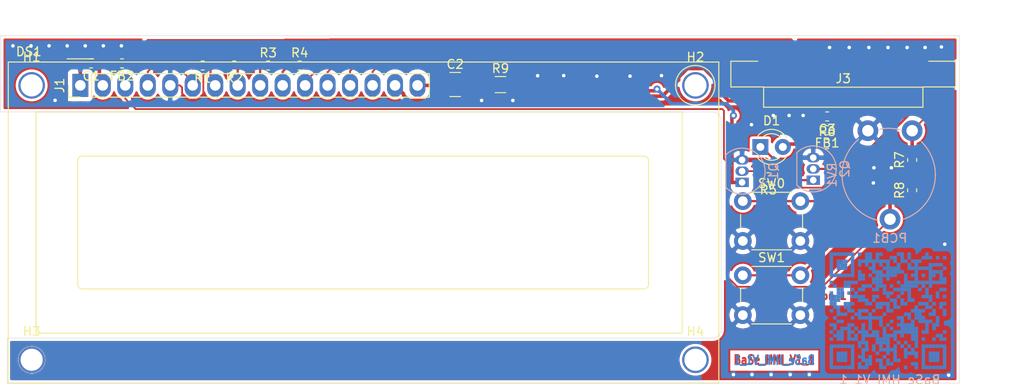
<source format=kicad_pcb>
(kicad_pcb (version 20171130) (host pcbnew 5.1.5+dfsg1-2build2)
  (title_block (title BaSe_HMI_V1_1) (date 2020-04-29) (rev V1_1) (company "Grad 7 Labs"))
  (layers (0 F.Cu signal) (31 B.Cu signal hide) (34 B.Paste user hide) (35 F.Paste user hide) (36 B.SilkS user hide) (37 F.SilkS user hide) (38 B.Mask user hide) (39 F.Mask user hide) (44 Edge.Cuts user))
  (net 0 "")
  (net 1 GND)
  (net 2 +5V)
  (net 3 /Dis_PWM)
  (net 4 /Taster_1)
  (net 5 "Net-(DS1-Pad3)")
  (net 6 "Net-(DS1-Pad7)")
  (net 7 "Net-(DS1-Pad8)")
  (net 8 "Net-(DS1-Pad9)")
  (net 9 "Net-(DS1-Pad10)")
  (net 10 "Net-(D1-Pad2)")
  (net 11 "Net-(D1-Pad1)")
  (net 12 /Dis_DB7)
  (net 13 /Dis_DB6)
  (net 14 /Dis_DB5)
  (net 15 /Dis_DB4)
  (net 16 /Dis_E)
  (net 17 /Dis_RS)
  (net 18 /LED+)
  (net 19 /LED-)
  (net 20 /Taster_0)
  (net 21 /LED_HMI)
  (net 22 /Dis_Vdd)
  (net 23 "Net-(FB1-Pad2)")
  (module G7_Custom:WC1602A_3.5mm_over_PCB (layer F.Cu) (at 48 50)
    (fp_text reference DS1 (at -5.82 -3.81) (layer F.SilkS))
    (fp_text value WC1602A)
    (pad "" thru_hole circle (at 69.5 0) (size 3 3) (drill 2.5) (layers *.Cu *.Mask))
    (pad "" thru_hole circle (at 69.49948 31.0007) (size 3 3) (drill 2.5) (layers *.Cu *.Mask))
    (pad "" thru_hole circle (at -5.4991 31.0007) (size 3 3) (drill 2.5) (layers *.Cu *.Mask))
    (pad "" thru_hole circle (at -5.4991 0) (size 3 3) (drill 2.5) (layers *.Cu *.Mask))
    (pad 16 thru_hole oval (at 38.1 0) (size 1.8 2.6) (drill 1.2) (layers *.Cu *.Mask) (net 19 /LED-))
    (pad 15 thru_hole oval (at 35.56 0) (size 1.8 2.6) (drill 1.2) (layers *.Cu *.Mask) (net 18 /LED+))
    (pad 14 thru_hole oval (at 33.02 0) (size 1.8 2.6) (drill 1.2) (layers *.Cu *.Mask) (net 12 /Dis_DB7))
    (pad 13 thru_hole oval (at 30.48 0) (size 1.8 2.6) (drill 1.2) (layers *.Cu *.Mask) (net 13 /Dis_DB6))
    (pad 12 thru_hole oval (at 27.94 0) (size 1.8 2.6) (drill 1.2) (layers *.Cu *.Mask) (net 14 /Dis_DB5))
    (pad 11 thru_hole oval (at 25.4 0) (size 1.8 2.6) (drill 1.2) (layers *.Cu *.Mask) (net 15 /Dis_DB4))
    (pad 10 thru_hole oval (at 22.86 0) (size 1.8 2.6) (drill 1.2) (layers *.Cu *.Mask) (net 9 "Net-(DS1-Pad10)"))
    (pad 9 thru_hole oval (at 20.32 0) (size 1.8 2.6) (drill 1.2) (layers *.Cu *.Mask) (net 8 "Net-(DS1-Pad9)"))
    (pad 8 thru_hole oval (at 17.78 0) (size 1.8 2.6) (drill 1.2) (layers *.Cu *.Mask) (net 7 "Net-(DS1-Pad8)"))
    (pad 7 thru_hole oval (at 15.24 0) (size 1.8 2.6) (drill 1.2) (layers *.Cu *.Mask) (net 6 "Net-(DS1-Pad7)"))
    (pad 6 thru_hole oval (at 12.7 0) (size 1.8 2.6) (drill 1.2) (layers *.Cu *.Mask) (net 16 /Dis_E))
    (pad 5 thru_hole oval (at 10.16 0) (size 1.8 2.6) (drill 1.2) (layers *.Cu *.Mask) (net 1 GND))
    (pad 4 thru_hole oval (at 7.62 0) (size 1.8 2.6) (drill 1.2) (layers *.Cu *.Mask) (net 17 /Dis_RS))
    (pad 3 thru_hole oval (at 5.08 0) (size 1.8 2.6) (drill 1.2) (layers *.Cu *.Mask) (net 5 "Net-(DS1-Pad3)"))
    (pad 2 thru_hole oval (at 2.54 0) (size 1.8 2.6) (drill 1.2) (layers *.Cu *.Mask) (net 22 /Dis_Vdd))
    (pad 1 thru_hole rect (at 0 0) (size 1.8 2.6) (drill 1.2) (layers *.Cu *.Mask) (net 1 GND))
  )
  (module MountingHole:MountingHole_2.2mm_M2 (layer F.Cu) (at 42.5009 81.0007)
    (fp_text reference H3 (at 0 -3.2) (layer F.SilkS))
    (fp_text value MountingHole)
    (pad 1 np_thru_hole circle (at 0 0) (size 2.2 2.2) (drill 2.2) (layers *.Cu *.Mask))
  )
  (module Connector_PinHeader_2.54mm:PinHeader_1x16_P2.54mm_Vertical (layer F.Cu) (at 48 50 90)
    (fp_text reference J1 (at 0 -2.33 90) (layer F.SilkS))
    (fp_text value Conn_01x16)
    (pad 16 thru_hole oval (at 0 38.1 90) (size 1.7 1.7) (drill 1) (layers *.Cu *.Mask) (net 19 /LED-))
    (pad 15 thru_hole oval (at 0 35.56 90) (size 1.7 1.7) (drill 1) (layers *.Cu *.Mask) (net 18 /LED+))
    (pad 14 thru_hole oval (at 0 33.02 90) (size 1.7 1.7) (drill 1) (layers *.Cu *.Mask) (net 12 /Dis_DB7))
    (pad 13 thru_hole oval (at 0 30.48 90) (size 1.7 1.7) (drill 1) (layers *.Cu *.Mask) (net 13 /Dis_DB6))
    (pad 12 thru_hole oval (at 0 27.94 90) (size 1.7 1.7) (drill 1) (layers *.Cu *.Mask) (net 14 /Dis_DB5))
    (pad 11 thru_hole oval (at 0 25.4 90) (size 1.7 1.7) (drill 1) (layers *.Cu *.Mask) (net 15 /Dis_DB4))
    (pad 10 thru_hole oval (at 0 22.86 90) (size 1.7 1.7) (drill 1) (layers *.Cu *.Mask))
    (pad 9 thru_hole oval (at 0 20.32 90) (size 1.7 1.7) (drill 1) (layers *.Cu *.Mask))
    (pad 8 thru_hole oval (at 0 17.78 90) (size 1.7 1.7) (drill 1) (layers *.Cu *.Mask))
    (pad 7 thru_hole oval (at 0 15.24 90) (size 1.7 1.7) (drill 1) (layers *.Cu *.Mask))
    (pad 6 thru_hole oval (at 0 12.7 90) (size 1.7 1.7) (drill 1) (layers *.Cu *.Mask))
    (pad 5 thru_hole oval (at 0 10.16 90) (size 1.7 1.7) (drill 1) (layers *.Cu *.Mask) (net 1 GND))
    (pad 4 thru_hole oval (at 0 7.62 90) (size 1.7 1.7) (drill 1) (layers *.Cu *.Mask))
    (pad 3 thru_hole oval (at 0 5.08 90) (size 1.7 1.7) (drill 1) (layers *.Cu *.Mask))
    (pad 2 thru_hole oval (at 0 2.54 90) (size 1.7 1.7) (drill 1) (layers *.Cu *.Mask))
    (pad 1 thru_hole rect (at 0 0 90) (size 1.7 1.7) (drill 1) (layers *.Cu *.Mask) (net 1 GND))
  )
  (module Resistor_SMD:R_1206_3216Metric_Pad1.42x1.75mm_HandSolder (layer F.Cu) (at 95.47 49.91)
    (fp_text reference R9 (at 0 -1.82) (layer F.SilkS))
    (fp_text value 4,3R)
    (pad 2 smd roundrect (at 1.4875 0) (size 1.425 1.75) (layers F.Cu F.Paste F.Mask) (roundrect_rratio 0.175439) (net 23 "Net-(FB1-Pad2)"))
    (pad 1 smd roundrect (at -1.4875 0) (size 1.425 1.75) (layers F.Cu F.Paste F.Mask) (roundrect_rratio 0.175439) (net 18 /LED+))
  )
  (module Resistor_SMD:R_0603_1608Metric_Pad1.05x0.95mm_HandSolder (layer F.Cu) (at 141.986 61.849 90)
    (fp_text reference R8 (at 0 -1.43 90) (layer F.SilkS))
    (fp_text value 2k2)
    (pad 2 smd roundrect (at 0.875 0 90) (size 1.05 0.95) (layers F.Cu F.Paste F.Mask) (net 5 "Net-(DS1-Pad3)"))
    (pad 1 smd roundrect (at -0.875 0 90) (size 1.05 0.95) (layers F.Cu F.Paste F.Mask) (net 1 GND))
  )
  (module Resistor_SMD:R_0603_1608Metric_Pad1.05x0.95mm_HandSolder (layer F.Cu) (at 141.986 58.42 90)
    (fp_text reference R7 (at 0 -1.43 90) (layer F.SilkS))
    (fp_text value 43k)
    (pad 2 smd roundrect (at 0.875 0 90) (size 1.05 0.95) (layers F.Cu F.Paste F.Mask) (net 2 +5V))
    (pad 1 smd roundrect (at -0.875 0 90) (size 1.05 0.95) (layers F.Cu F.Paste F.Mask) (net 5 "Net-(DS1-Pad3)"))
  )
  (module G7_Labels:BaSe_HMI_V1_1 (layer B.Cu) (at 139.456 75.2635)
    (fp_text reference PCB1 (at 0 -8) (layer B.SilkS) (effects (justify mirror)))
    (fp_text value BaSe_HMI_V1_1 (at 0 8) (layer B.SilkS) (effects (justify mirror)))
    (pad "" smd rect (at 4.2 -6.2) (size 0.4 0.4) (layers B.Cu))
    (pad "" smd rect (at 2.2 -6.2) (size 0.4 0.4) (layers B.Cu))
    (pad "" smd rect (at 1.4 -6.2) (size 0.4 0.4) (layers B.Cu))
    (pad "" smd rect (at 1 -6.2) (size 0.4 0.4) (layers B.Cu))
    (pad "" smd rect (at -1 -6.2) (size 0.4 0.4) (layers B.Cu))
    (pad "" smd rect (at -1.4 -6.2) (size 0.4 0.4) (layers B.Cu))
    (pad "" smd rect (at -2.2 -6.2) (size 0.4 0.4) (layers B.Cu))
    (pad "" smd rect (at -2.6 -6.2) (size 0.4 0.4) (layers B.Cu))
    (pad "" smd rect (at -3.4 -6.2) (size 0.4 0.4) (layers B.Cu))
    (pad "" smd rect (at -4.2 -6.2) (size 0.4 0.4) (layers B.Cu))
    (pad "" smd rect (at -4.6 -6.2) (size 0.4 0.4) (layers B.Cu))
    (pad "" smd rect (at -5 -6.2) (size 0.4 0.4) (layers B.Cu))
    (pad "" smd rect (at -5.4 -6.2) (size 0.4 0.4) (layers B.Cu))
    (pad "" smd rect (at -5.8 -6.2) (size 0.4 0.4) (layers B.Cu))
    (pad "" smd rect (at -6.2 -6.2) (size 0.4 0.4) (layers B.Cu))
    (pad "" smd rect (at -6.6 -6.2) (size 0.4 0.4) (layers B.Cu))
    (pad "" smd rect (at 6.2 -5.8) (size 0.4 0.4) (layers B.Cu))
    (pad "" smd rect (at 5.4 -5.8) (size 0.4 0.4) (layers B.Cu))
    (pad "" smd rect (at 4.6 -5.8) (size 0.4 0.4) (layers B.Cu))
    (pad "" smd rect (at 4.2 -5.8) (size 0.4 0.4) (layers B.Cu))
    (pad "" smd rect (at 3.8 -5.8) (size 0.4 0.4) (layers B.Cu))
    (pad "" smd rect (at 2.2 -5.8) (size 0.4 0.4) (layers B.Cu))
    (pad "" smd rect (at 1.4 -5.8) (size 0.4 0.4) (layers B.Cu))
    (pad "" smd rect (at 0.6 -5.8) (size 0.4 0.4) (layers B.Cu))
    (pad "" smd rect (at 0.2 -5.8) (size 0.4 0.4) (layers B.Cu))
    (pad "" smd rect (at -1.4 -5.8) (size 0.4 0.4) (layers B.Cu))
    (pad "" smd rect (at -2.2 -5.8) (size 0.4 0.4) (layers B.Cu))
    (pad "" smd rect (at -2.6 -5.8) (size 0.4 0.4) (layers B.Cu))
    (pad "" smd rect (at -4.2 -5.8) (size 0.4 0.4) (layers B.Cu))
    (pad "" smd rect (at -6.6 -5.8) (size 0.4 0.4) (layers B.Cu))
    (pad "" smd rect (at 3.4 -5.4) (size 0.4 0.4) (layers B.Cu))
    (pad "" smd rect (at 3 -5.4) (size 0.4 0.4) (layers B.Cu))
    (pad "" smd rect (at 2.6 -5.4) (size 0.4 0.4) (layers B.Cu))
    (pad "" smd rect (at 1.8 -5.4) (size 0.4 0.4) (layers B.Cu))
    (pad "" smd rect (at 1.4 -5.4) (size 0.4 0.4) (layers B.Cu))
    (pad "" smd rect (at 0.6 -5.4) (size 0.4 0.4) (layers B.Cu))
    (pad "" smd rect (at -0.2 -5.4) (size 0.4 0.4) (layers B.Cu))
    (pad "" smd rect (at -0.6 -5.4) (size 0.4 0.4) (layers B.Cu))
    (pad "" smd rect (at -1 -5.4) (size 0.4 0.4) (layers B.Cu))
    (pad "" smd rect (at -1.4 -5.4) (size 0.4 0.4) (layers B.Cu))
    (pad "" smd rect (at -1.8 -5.4) (size 0.4 0.4) (layers B.Cu))
    (pad "" smd rect (at -2.2 -5.4) (size 0.4 0.4) (layers B.Cu))
    (pad "" smd rect (at -2.6 -5.4) (size 0.4 0.4) (layers B.Cu))
    (pad "" smd rect (at -3 -5.4) (size 0.4 0.4) (layers B.Cu))
    (pad "" smd rect (at -3.4 -5.4) (size 0.4 0.4) (layers B.Cu))
    (pad "" smd rect (at -4.2 -5.4) (size 0.4 0.4) (layers B.Cu))
    (pad "" smd rect (at -5 -5.4) (size 0.4 0.4) (layers B.Cu))
    (pad "" smd rect (at -5.4 -5.4) (size 0.4 0.4) (layers B.Cu))
    (pad "" smd rect (at -5.8 -5.4) (size 0.4 0.4) (layers B.Cu))
    (pad "" smd rect (at -6.6 -5.4) (size 0.4 0.4) (layers B.Cu))
    (pad "" smd rect (at 5.8 -5) (size 0.4 0.4) (layers B.Cu))
    (pad "" smd rect (at 5.4 -5) (size 0.4 0.4) (layers B.Cu))
    (pad "" smd rect (at 5 -5) (size 0.4 0.4) (layers B.Cu))
    (pad "" smd rect (at 4.6 -5) (size 0.4 0.4) (layers B.Cu))
    (pad "" smd rect (at 3 -5) (size 0.4 0.4) (layers B.Cu))
    (pad "" smd rect (at 2.2 -5) (size 0.4 0.4) (layers B.Cu))
    (pad "" smd rect (at 1 -5) (size 0.4 0.4) (layers B.Cu))
    (pad "" smd rect (at -0.2 -5) (size 0.4 0.4) (layers B.Cu))
    (pad "" smd rect (at -1 -5) (size 0.4 0.4) (layers B.Cu))
    (pad "" smd rect (at -1.8 -5) (size 0.4 0.4) (layers B.Cu))
    (pad "" smd rect (at -2.6 -5) (size 0.4 0.4) (layers B.Cu))
    (pad "" smd rect (at -3.4 -5) (size 0.4 0.4) (layers B.Cu))
    (pad "" smd rect (at -4.2 -5) (size 0.4 0.4) (layers B.Cu))
    (pad "" smd rect (at -5 -5) (size 0.4 0.4) (layers B.Cu))
    (pad "" smd rect (at -5.4 -5) (size 0.4 0.4) (layers B.Cu))
    (pad "" smd rect (at -5.8 -5) (size 0.4 0.4) (layers B.Cu))
    (pad "" smd rect (at -6.6 -5) (size 0.4 0.4) (layers B.Cu))
    (pad "" smd rect (at 6.2 -4.6) (size 0.4 0.4) (layers B.Cu))
    (pad "" smd rect (at 4.6 -4.6) (size 0.4 0.4) (layers B.Cu))
    (pad "" smd rect (at 4.2 -4.6) (size 0.4 0.4) (layers B.Cu))
    (pad "" smd rect (at 3.8 -4.6) (size 0.4 0.4) (layers B.Cu))
    (pad "" smd rect (at 3.4 -4.6) (size 0.4 0.4) (layers B.Cu))
    (pad "" smd rect (at 3 -4.6) (size 0.4 0.4) (layers B.Cu))
    (pad "" smd rect (at 2.6 -4.6) (size 0.4 0.4) (layers B.Cu))
    (pad "" smd rect (at 2.2 -4.6) (size 0.4 0.4) (layers B.Cu))
    (pad "" smd rect (at 1 -4.6) (size 0.4 0.4) (layers B.Cu))
    (pad "" smd rect (at 0.6 -4.6) (size 0.4 0.4) (layers B.Cu))
    (pad "" smd rect (at 0.2 -4.6) (size 0.4 0.4) (layers B.Cu))
    (pad "" smd rect (at -0.2 -4.6) (size 0.4 0.4) (layers B.Cu))
    (pad "" smd rect (at -0.6 -4.6) (size 0.4 0.4) (layers B.Cu))
    (pad "" smd rect (at -1.8 -4.6) (size 0.4 0.4) (layers B.Cu))
    (pad "" smd rect (at -2.2 -4.6) (size 0.4 0.4) (layers B.Cu))
    (pad "" smd rect (at -4.2 -4.6) (size 0.4 0.4) (layers B.Cu))
    (pad "" smd rect (at -5 -4.6) (size 0.4 0.4) (layers B.Cu))
    (pad "" smd rect (at -5.4 -4.6) (size 0.4 0.4) (layers B.Cu))
    (pad "" smd rect (at -5.8 -4.6) (size 0.4 0.4) (layers B.Cu))
    (pad "" smd rect (at -6.6 -4.6) (size 0.4 0.4) (layers B.Cu))
    (pad "" smd rect (at 5.8 -4.2) (size 0.4 0.4) (layers B.Cu))
    (pad "" smd rect (at 5.4 -4.2) (size 0.4 0.4) (layers B.Cu))
    (pad "" smd rect (at 5 -4.2) (size 0.4 0.4) (layers B.Cu))
    (pad "" smd rect (at 4.6 -4.2) (size 0.4 0.4) (layers B.Cu))
    (pad "" smd rect (at 3 -4.2) (size 0.4 0.4) (layers B.Cu))
    (pad "" smd rect (at 1.4 -4.2) (size 0.4 0.4) (layers B.Cu))
    (pad "" smd rect (at 1 -4.2) (size 0.4 0.4) (layers B.Cu))
    (pad "" smd rect (at 0.6 -4.2) (size 0.4 0.4) (layers B.Cu))
    (pad "" smd rect (at 0.2 -4.2) (size 0.4 0.4) (layers B.Cu))
    (pad "" smd rect (at -0.2 -4.2) (size 0.4 0.4) (layers B.Cu))
    (pad "" smd rect (at -1 -4.2) (size 0.4 0.4) (layers B.Cu))
    (pad "" smd rect (at -1.4 -4.2) (size 0.4 0.4) (layers B.Cu))
    (pad "" smd rect (at -1.8 -4.2) (size 0.4 0.4) (layers B.Cu))
    (pad "" smd rect (at -3.4 -4.2) (size 0.4 0.4) (layers B.Cu))
    (pad "" smd rect (at -4.2 -4.2) (size 0.4 0.4) (layers B.Cu))
    (pad "" smd rect (at -6.6 -4.2) (size 0.4 0.4) (layers B.Cu))
    (pad "" smd rect (at 5.8 -3.8) (size 0.4 0.4) (layers B.Cu))
    (pad "" smd rect (at 5 -3.8) (size 0.4 0.4) (layers B.Cu))
    (pad "" smd rect (at 4.6 -3.8) (size 0.4 0.4) (layers B.Cu))
    (pad "" smd rect (at 3.8 -3.8) (size 0.4 0.4) (layers B.Cu))
    (pad "" smd rect (at 3 -3.8) (size 0.4 0.4) (layers B.Cu))
    (pad "" smd rect (at 2.6 -3.8) (size 0.4 0.4) (layers B.Cu))
    (pad "" smd rect (at 1.8 -3.8) (size 0.4 0.4) (layers B.Cu))
    (pad "" smd rect (at 0.6 -3.8) (size 0.4 0.4) (layers B.Cu))
    (pad "" smd rect (at 0.2 -3.8) (size 0.4 0.4) (layers B.Cu))
    (pad "" smd rect (at -0.2 -3.8) (size 0.4 0.4) (layers B.Cu))
    (pad "" smd rect (at -0.6 -3.8) (size 0.4 0.4) (layers B.Cu))
    (pad "" smd rect (at -1 -3.8) (size 0.4 0.4) (layers B.Cu))
    (pad "" smd rect (at -1.4 -3.8) (size 0.4 0.4) (layers B.Cu))
    (pad "" smd rect (at -2.2 -3.8) (size 0.4 0.4) (layers B.Cu))
    (pad "" smd rect (at -3 -3.8) (size 0.4 0.4) (layers B.Cu))
    (pad "" smd rect (at -3.4 -3.8) (size 0.4 0.4) (layers B.Cu))
    (pad "" smd rect (at -4.2 -3.8) (size 0.4 0.4) (layers B.Cu))
    (pad "" smd rect (at -4.6 -3.8) (size 0.4 0.4) (layers B.Cu))
    (pad "" smd rect (at -5 -3.8) (size 0.4 0.4) (layers B.Cu))
    (pad "" smd rect (at -5.4 -3.8) (size 0.4 0.4) (layers B.Cu))
    (pad "" smd rect (at -5.8 -3.8) (size 0.4 0.4) (layers B.Cu))
    (pad "" smd rect (at -6.2 -3.8) (size 0.4 0.4) (layers B.Cu))
    (pad "" smd rect (at -6.6 -3.8) (size 0.4 0.4) (layers B.Cu))
    (pad "" smd rect (at 6.2 -3.4) (size 0.4 0.4) (layers B.Cu))
    (pad "" smd rect (at 5.8 -3.4) (size 0.4 0.4) (layers B.Cu))
    (pad "" smd rect (at 4.6 -3.4) (size 0.4 0.4) (layers B.Cu))
    (pad "" smd rect (at 3 -3.4) (size 0.4 0.4) (layers B.Cu))
    (pad "" smd rect (at 1.8 -3.4) (size 0.4 0.4) (layers B.Cu))
    (pad "" smd rect (at -0.2 -3.4) (size 0.4 0.4) (layers B.Cu))
    (pad "" smd rect (at -1 -3.4) (size 0.4 0.4) (layers B.Cu))
    (pad "" smd rect (at -1.4 -3.4) (size 0.4 0.4) (layers B.Cu))
    (pad "" smd rect (at -1.8 -3.4) (size 0.4 0.4) (layers B.Cu))
    (pad "" smd rect (at -3 -3.4) (size 0.4 0.4) (layers B.Cu))
    (pad "" smd rect (at -3.4 -3.4) (size 0.4 0.4) (layers B.Cu))
    (pad "" smd rect (at 6.2 -3) (size 0.4 0.4) (layers B.Cu))
    (pad "" smd rect (at 5.8 -3) (size 0.4 0.4) (layers B.Cu))
    (pad "" smd rect (at 5.4 -3) (size 0.4 0.4) (layers B.Cu))
    (pad "" smd rect (at 5 -3) (size 0.4 0.4) (layers B.Cu))
    (pad "" smd rect (at 4.6 -3) (size 0.4 0.4) (layers B.Cu))
    (pad "" smd rect (at 4.2 -3) (size 0.4 0.4) (layers B.Cu))
    (pad "" smd rect (at 3.8 -3) (size 0.4 0.4) (layers B.Cu))
    (pad "" smd rect (at 3.4 -3) (size 0.4 0.4) (layers B.Cu))
    (pad "" smd rect (at 3 -3) (size 0.4 0.4) (layers B.Cu))
    (pad "" smd rect (at 2.6 -3) (size 0.4 0.4) (layers B.Cu))
    (pad "" smd rect (at 2.2 -3) (size 0.4 0.4) (layers B.Cu))
    (pad "" smd rect (at 1.8 -3) (size 0.4 0.4) (layers B.Cu))
    (pad "" smd rect (at 1 -3) (size 0.4 0.4) (layers B.Cu))
    (pad "" smd rect (at -1 -3) (size 0.4 0.4) (layers B.Cu))
    (pad "" smd rect (at -1.4 -3) (size 0.4 0.4) (layers B.Cu))
    (pad "" smd rect (at -1.8 -3) (size 0.4 0.4) (layers B.Cu))
    (pad "" smd rect (at -3.8 -3) (size 0.4 0.4) (layers B.Cu))
    (pad "" smd rect (at -4.2 -3) (size 0.4 0.4) (layers B.Cu))
    (pad "" smd rect (at -4.6 -3) (size 0.4 0.4) (layers B.Cu))
    (pad "" smd rect (at -5 -3) (size 0.4 0.4) (layers B.Cu))
    (pad "" smd rect (at -6.6 -3) (size 0.4 0.4) (layers B.Cu))
    (pad "" smd rect (at 4.6 -2.6) (size 0.4 0.4) (layers B.Cu))
    (pad "" smd rect (at 3.8 -2.6) (size 0.4 0.4) (layers B.Cu))
    (pad "" smd rect (at 3 -2.6) (size 0.4 0.4) (layers B.Cu))
    (pad "" smd rect (at 2.6 -2.6) (size 0.4 0.4) (layers B.Cu))
    (pad "" smd rect (at 2.2 -2.6) (size 0.4 0.4) (layers B.Cu))
    (pad "" smd rect (at 1.8 -2.6) (size 0.4 0.4) (layers B.Cu))
    (pad "" smd rect (at 1.4 -2.6) (size 0.4 0.4) (layers B.Cu))
    (pad "" smd rect (at 0.2 -2.6) (size 0.4 0.4) (layers B.Cu))
    (pad "" smd rect (at -0.6 -2.6) (size 0.4 0.4) (layers B.Cu))
    (pad "" smd rect (at -1 -2.6) (size 0.4 0.4) (layers B.Cu))
    (pad "" smd rect (at -1.4 -2.6) (size 0.4 0.4) (layers B.Cu))
    (pad "" smd rect (at -2.2 -2.6) (size 0.4 0.4) (layers B.Cu))
    (pad "" smd rect (at -2.6 -2.6) (size 0.4 0.4) (layers B.Cu))
    (pad "" smd rect (at -3 -2.6) (size 0.4 0.4) (layers B.Cu))
    (pad "" smd rect (at -4.6 -2.6) (size 0.4 0.4) (layers B.Cu))
    (pad "" smd rect (at -5 -2.6) (size 0.4 0.4) (layers B.Cu))
    (pad "" smd rect (at -6.2 -2.6) (size 0.4 0.4) (layers B.Cu))
    (pad "" smd rect (at 6.2 -2.2) (size 0.4 0.4) (layers B.Cu))
    (pad "" smd rect (at 5.8 -2.2) (size 0.4 0.4) (layers B.Cu))
    (pad "" smd rect (at 4.2 -2.2) (size 0.4 0.4) (layers B.Cu))
    (pad "" smd rect (at 3.4 -2.2) (size 0.4 0.4) (layers B.Cu))
    (pad "" smd rect (at 2.2 -2.2) (size 0.4 0.4) (layers B.Cu))
    (pad "" smd rect (at 1.8 -2.2) (size 0.4 0.4) (layers B.Cu))
    (pad "" smd rect (at 1.4 -2.2) (size 0.4 0.4) (layers B.Cu))
    (pad "" smd rect (at 1 -2.2) (size 0.4 0.4) (layers B.Cu))
    (pad "" smd rect (at 0.6 -2.2) (size 0.4 0.4) (layers B.Cu))
    (pad "" smd rect (at -0.6 -2.2) (size 0.4 0.4) (layers B.Cu))
    (pad "" smd rect (at -1.4 -2.2) (size 0.4 0.4) (layers B.Cu))
    (pad "" smd rect (at -1.8 -2.2) (size 0.4 0.4) (layers B.Cu))
    (pad "" smd rect (at -3 -2.2) (size 0.4 0.4) (layers B.Cu))
    (pad "" smd rect (at -3.4 -2.2) (size 0.4 0.4) (layers B.Cu))
    (pad "" smd rect (at -4.2 -2.2) (size 0.4 0.4) (layers B.Cu))
    (pad "" smd rect (at -5.4 -2.2) (size 0.4 0.4) (layers B.Cu))
    (pad "" smd rect (at -5.8 -2.2) (size 0.4 0.4) (layers B.Cu))
    (pad "" smd rect (at 5.4 -1.8) (size 0.4 0.4) (layers B.Cu))
    (pad "" smd rect (at 4.2 -1.8) (size 0.4 0.4) (layers B.Cu))
    (pad "" smd rect (at 2.2 -1.8) (size 0.4 0.4) (layers B.Cu))
    (pad "" smd rect (at 1.4 -1.8) (size 0.4 0.4) (layers B.Cu))
    (pad "" smd rect (at 0.2 -1.8) (size 0.4 0.4) (layers B.Cu))
    (pad "" smd rect (at -0.2 -1.8) (size 0.4 0.4) (layers B.Cu))
    (pad "" smd rect (at -0.6 -1.8) (size 0.4 0.4) (layers B.Cu))
    (pad "" smd rect (at -3.8 -1.8) (size 0.4 0.4) (layers B.Cu))
    (pad "" smd rect (at -4.6 -1.8) (size 0.4 0.4) (layers B.Cu))
    (pad "" smd rect (at -5.4 -1.8) (size 0.4 0.4) (layers B.Cu))
    (pad "" smd rect (at -5.8 -1.8) (size 0.4 0.4) (layers B.Cu))
    (pad "" smd rect (at -6.6 -1.8) (size 0.4 0.4) (layers B.Cu))
    (pad "" smd rect (at 6.2 -1.4) (size 0.4 0.4) (layers B.Cu))
    (pad "" smd rect (at 5.4 -1.4) (size 0.4 0.4) (layers B.Cu))
    (pad "" smd rect (at 4.6 -1.4) (size 0.4 0.4) (layers B.Cu))
    (pad "" smd rect (at 4.2 -1.4) (size 0.4 0.4) (layers B.Cu))
    (pad "" smd rect (at 3.8 -1.4) (size 0.4 0.4) (layers B.Cu))
    (pad "" smd rect (at 2.2 -1.4) (size 0.4 0.4) (layers B.Cu))
    (pad "" smd rect (at 1 -1.4) (size 0.4 0.4) (layers B.Cu))
    (pad "" smd rect (at -0.2 -1.4) (size 0.4 0.4) (layers B.Cu))
    (pad "" smd rect (at -1.4 -1.4) (size 0.4 0.4) (layers B.Cu))
    (pad "" smd rect (at -1.8 -1.4) (size 0.4 0.4) (layers B.Cu))
    (pad "" smd rect (at -3 -1.4) (size 0.4 0.4) (layers B.Cu))
    (pad "" smd rect (at -3.4 -1.4) (size 0.4 0.4) (layers B.Cu))
    (pad "" smd rect (at -3.8 -1.4) (size 0.4 0.4) (layers B.Cu))
    (pad "" smd rect (at -4.2 -1.4) (size 0.4 0.4) (layers B.Cu))
    (pad "" smd rect (at -5.4 -1.4) (size 0.4 0.4) (layers B.Cu))
    (pad "" smd rect (at -5.8 -1.4) (size 0.4 0.4) (layers B.Cu))
    (pad "" smd rect (at -6.2 -1.4) (size 0.4 0.4) (layers B.Cu))
    (pad "" smd rect (at -6.6 -1.4) (size 0.4 0.4) (layers B.Cu))
    (pad "" smd rect (at 4.6 -1) (size 0.4 0.4) (layers B.Cu))
    (pad "" smd rect (at 2.6 -1) (size 0.4 0.4) (layers B.Cu))
    (pad "" smd rect (at 2.2 -1) (size 0.4 0.4) (layers B.Cu))
    (pad "" smd rect (at 1.4 -1) (size 0.4 0.4) (layers B.Cu))
    (pad "" smd rect (at 0.6 -1) (size 0.4 0.4) (layers B.Cu))
    (pad "" smd rect (at 0.2 -1) (size 0.4 0.4) (layers B.Cu))
    (pad "" smd rect (at -1.8 -1) (size 0.4 0.4) (layers B.Cu))
    (pad "" smd rect (at -2.6 -1) (size 0.4 0.4) (layers B.Cu))
    (pad "" smd rect (at -3 -1) (size 0.4 0.4) (layers B.Cu))
    (pad "" smd rect (at -3.4 -1) (size 0.4 0.4) (layers B.Cu))
    (pad "" smd rect (at -5.8 -1) (size 0.4 0.4) (layers B.Cu))
    (pad "" smd rect (at -6.2 -1) (size 0.4 0.4) (layers B.Cu))
    (pad "" smd rect (at -6.6 -1) (size 0.4 0.4) (layers B.Cu))
    (pad "" smd rect (at 6.2 -0.6) (size 0.4 0.4) (layers B.Cu))
    (pad "" smd rect (at 5.8 -0.6) (size 0.4 0.4) (layers B.Cu))
    (pad "" smd rect (at 5 -0.6) (size 0.4 0.4) (layers B.Cu))
    (pad "" smd rect (at 4.2 -0.6) (size 0.4 0.4) (layers B.Cu))
    (pad "" smd rect (at 3.8 -0.6) (size 0.4 0.4) (layers B.Cu))
    (pad "" smd rect (at 3.4 -0.6) (size 0.4 0.4) (layers B.Cu))
    (pad "" smd rect (at 1.8 -0.6) (size 0.4 0.4) (layers B.Cu))
    (pad "" smd rect (at 1.4 -0.6) (size 0.4 0.4) (layers B.Cu))
    (pad "" smd rect (at 0.6 -0.6) (size 0.4 0.4) (layers B.Cu))
    (pad "" smd rect (at -0.2 -0.6) (size 0.4 0.4) (layers B.Cu))
    (pad "" smd rect (at -0.6 -0.6) (size 0.4 0.4) (layers B.Cu))
    (pad "" smd rect (at -1 -0.6) (size 0.4 0.4) (layers B.Cu))
    (pad "" smd rect (at -1.4 -0.6) (size 0.4 0.4) (layers B.Cu))
    (pad "" smd rect (at -2.2 -0.6) (size 0.4 0.4) (layers B.Cu))
    (pad "" smd rect (at -2.6 -0.6) (size 0.4 0.4) (layers B.Cu))
    (pad "" smd rect (at -4.2 -0.6) (size 0.4 0.4) (layers B.Cu))
    (pad "" smd rect (at -4.6 -0.6) (size 0.4 0.4) (layers B.Cu))
    (pad "" smd rect (at -5 -0.6) (size 0.4 0.4) (layers B.Cu))
    (pad "" smd rect (at -6.2 -0.6) (size 0.4 0.4) (layers B.Cu))
    (pad "" smd rect (at -6.6 -0.6) (size 0.4 0.4) (layers B.Cu))
    (pad "" smd rect (at 5.8 -0.2) (size 0.4 0.4) (layers B.Cu))
    (pad "" smd rect (at 4.6 -0.2) (size 0.4 0.4) (layers B.Cu))
    (pad "" smd rect (at 4.2 -0.2) (size 0.4 0.4) (layers B.Cu))
    (pad "" smd rect (at 3 -0.2) (size 0.4 0.4) (layers B.Cu))
    (pad "" smd rect (at 1 -0.2) (size 0.4 0.4) (layers B.Cu))
    (pad "" smd rect (at 0.6 -0.2) (size 0.4 0.4) (layers B.Cu))
    (pad "" smd rect (at -0.2 -0.2) (size 0.4 0.4) (layers B.Cu))
    (pad "" smd rect (at -1 -0.2) (size 0.4 0.4) (layers B.Cu))
    (pad "" smd rect (at -1.4 -0.2) (size 0.4 0.4) (layers B.Cu))
    (pad "" smd rect (at -4.6 -0.2) (size 0.4 0.4) (layers B.Cu))
    (pad "" smd rect (at -5 -0.2) (size 0.4 0.4) (layers B.Cu))
    (pad "" smd rect (at -5.8 -0.2) (size 0.4 0.4) (layers B.Cu))
    (pad "" smd rect (at -6.2 -0.2) (size 0.4 0.4) (layers B.Cu))
    (pad "" smd rect (at 6.2 0.2) (size 0.4 0.4) (layers B.Cu))
    (pad "" smd rect (at 5 0.2) (size 0.4 0.4) (layers B.Cu))
    (pad "" smd rect (at 3.8 0.2) (size 0.4 0.4) (layers B.Cu))
    (pad "" smd rect (at 3.4 0.2) (size 0.4 0.4) (layers B.Cu))
    (pad "" smd rect (at 3 0.2) (size 0.4 0.4) (layers B.Cu))
    (pad "" smd rect (at 2.6 0.2) (size 0.4 0.4) (layers B.Cu))
    (pad "" smd rect (at 0.2 0.2) (size 0.4 0.4) (layers B.Cu))
    (pad "" smd rect (at -0.2 0.2) (size 0.4 0.4) (layers B.Cu))
    (pad "" smd rect (at -1.8 0.2) (size 0.4 0.4) (layers B.Cu))
    (pad "" smd rect (at -2.6 0.2) (size 0.4 0.4) (layers B.Cu))
    (pad "" smd rect (at -3 0.2) (size 0.4 0.4) (layers B.Cu))
    (pad "" smd rect (at -3.4 0.2) (size 0.4 0.4) (layers B.Cu))
    (pad "" smd rect (at -4.2 0.2) (size 0.4 0.4) (layers B.Cu))
    (pad "" smd rect (at -4.6 0.2) (size 0.4 0.4) (layers B.Cu))
    (pad "" smd rect (at -5.8 0.2) (size 0.4 0.4) (layers B.Cu))
    (pad "" smd rect (at -6.6 0.2) (size 0.4 0.4) (layers B.Cu))
    (pad "" smd rect (at 6.2 0.6) (size 0.4 0.4) (layers B.Cu))
    (pad "" smd rect (at 5 0.6) (size 0.4 0.4) (layers B.Cu))
    (pad "" smd rect (at 4.6 0.6) (size 0.4 0.4) (layers B.Cu))
    (pad "" smd rect (at 3.4 0.6) (size 0.4 0.4) (layers B.Cu))
    (pad "" smd rect (at 3 0.6) (size 0.4 0.4) (layers B.Cu))
    (pad "" smd rect (at 2.2 0.6) (size 0.4 0.4) (layers B.Cu))
    (pad "" smd rect (at 1.8 0.6) (size 0.4 0.4) (layers B.Cu))
    (pad "" smd rect (at -0.6 0.6) (size 0.4 0.4) (layers B.Cu))
    (pad "" smd rect (at -2.2 0.6) (size 0.4 0.4) (layers B.Cu))
    (pad "" smd rect (at -3.4 0.6) (size 0.4 0.4) (layers B.Cu))
    (pad "" smd rect (at -3.8 0.6) (size 0.4 0.4) (layers B.Cu))
    (pad "" smd rect (at -5 0.6) (size 0.4 0.4) (layers B.Cu))
    (pad "" smd rect (at -5.4 0.6) (size 0.4 0.4) (layers B.Cu))
    (pad "" smd rect (at -5.8 0.6) (size 0.4 0.4) (layers B.Cu))
    (pad "" smd rect (at 5.4 1) (size 0.4 0.4) (layers B.Cu))
    (pad "" smd rect (at 3.8 1) (size 0.4 0.4) (layers B.Cu))
    (pad "" smd rect (at 3.4 1) (size 0.4 0.4) (layers B.Cu))
    (pad "" smd rect (at 3 1) (size 0.4 0.4) (layers B.Cu))
    (pad "" smd rect (at 2.2 1) (size 0.4 0.4) (layers B.Cu))
    (pad "" smd rect (at 1.4 1) (size 0.4 0.4) (layers B.Cu))
    (pad "" smd rect (at 1 1) (size 0.4 0.4) (layers B.Cu))
    (pad "" smd rect (at -1 1) (size 0.4 0.4) (layers B.Cu))
    (pad "" smd rect (at -1.4 1) (size 0.4 0.4) (layers B.Cu))
    (pad "" smd rect (at -1.8 1) (size 0.4 0.4) (layers B.Cu))
    (pad "" smd rect (at -2.2 1) (size 0.4 0.4) (layers B.Cu))
    (pad "" smd rect (at -2.6 1) (size 0.4 0.4) (layers B.Cu))
    (pad "" smd rect (at -3 1) (size 0.4 0.4) (layers B.Cu))
    (pad "" smd rect (at -3.4 1) (size 0.4 0.4) (layers B.Cu))
    (pad "" smd rect (at -4.2 1) (size 0.4 0.4) (layers B.Cu))
    (pad "" smd rect (at -6.2 1) (size 0.4 0.4) (layers B.Cu))
    (pad "" smd rect (at 5.4 1.4) (size 0.4 0.4) (layers B.Cu))
    (pad "" smd rect (at 4.6 1.4) (size 0.4 0.4) (layers B.Cu))
    (pad "" smd rect (at 4.2 1.4) (size 0.4 0.4) (layers B.Cu))
    (pad "" smd rect (at 3.8 1.4) (size 0.4 0.4) (layers B.Cu))
    (pad "" smd rect (at 3.4 1.4) (size 0.4 0.4) (layers B.Cu))
    (pad "" smd rect (at 2.6 1.4) (size 0.4 0.4) (layers B.Cu))
    (pad "" smd rect (at 1.4 1.4) (size 0.4 0.4) (layers B.Cu))
    (pad "" smd rect (at 0.2 1.4) (size 0.4 0.4) (layers B.Cu))
    (pad "" smd rect (at -1 1.4) (size 0.4 0.4) (layers B.Cu))
    (pad "" smd rect (at -2.2 1.4) (size 0.4 0.4) (layers B.Cu))
    (pad "" smd rect (at -5.4 1.4) (size 0.4 0.4) (layers B.Cu))
    (pad "" smd rect (at -5.8 1.4) (size 0.4 0.4) (layers B.Cu))
    (pad "" smd rect (at 5.4 1.8) (size 0.4 0.4) (layers B.Cu))
    (pad "" smd rect (at 5 1.8) (size 0.4 0.4) (layers B.Cu))
    (pad "" smd rect (at 4.2 1.8) (size 0.4 0.4) (layers B.Cu))
    (pad "" smd rect (at 2.6 1.8) (size 0.4 0.4) (layers B.Cu))
    (pad "" smd rect (at 2.2 1.8) (size 0.4 0.4) (layers B.Cu))
    (pad "" smd rect (at 1.8 1.8) (size 0.4 0.4) (layers B.Cu))
    (pad "" smd rect (at 1.4 1.8) (size 0.4 0.4) (layers B.Cu))
    (pad "" smd rect (at 1 1.8) (size 0.4 0.4) (layers B.Cu))
    (pad "" smd rect (at -0.2 1.8) (size 0.4 0.4) (layers B.Cu))
    (pad "" smd rect (at -1 1.8) (size 0.4 0.4) (layers B.Cu))
    (pad "" smd rect (at -2.2 1.8) (size 0.4 0.4) (layers B.Cu))
    (pad "" smd rect (at -3 1.8) (size 0.4 0.4) (layers B.Cu))
    (pad "" smd rect (at -4.2 1.8) (size 0.4 0.4) (layers B.Cu))
    (pad "" smd rect (at -4.6 1.8) (size 0.4 0.4) (layers B.Cu))
    (pad "" smd rect (at -6.2 1.8) (size 0.4 0.4) (layers B.Cu))
    (pad "" smd rect (at -6.6 1.8) (size 0.4 0.4) (layers B.Cu))
    (pad "" smd rect (at 5 2.2) (size 0.4 0.4) (layers B.Cu))
    (pad "" smd rect (at 4.2 2.2) (size 0.4 0.4) (layers B.Cu))
    (pad "" smd rect (at 3 2.2) (size 0.4 0.4) (layers B.Cu))
    (pad "" smd rect (at 2.6 2.2) (size 0.4 0.4) (layers B.Cu))
    (pad "" smd rect (at 2.2 2.2) (size 0.4 0.4) (layers B.Cu))
    (pad "" smd rect (at 1.8 2.2) (size 0.4 0.4) (layers B.Cu))
    (pad "" smd rect (at 1.4 2.2) (size 0.4 0.4) (layers B.Cu))
    (pad "" smd rect (at 0.2 2.2) (size 0.4 0.4) (layers B.Cu))
    (pad "" smd rect (at -0.6 2.2) (size 0.4 0.4) (layers B.Cu))
    (pad "" smd rect (at -2.2 2.2) (size 0.4 0.4) (layers B.Cu))
    (pad "" smd rect (at -3 2.2) (size 0.4 0.4) (layers B.Cu))
    (pad "" smd rect (at -3.8 2.2) (size 0.4 0.4) (layers B.Cu))
    (pad "" smd rect (at -4.6 2.2) (size 0.4 0.4) (layers B.Cu))
    (pad "" smd rect (at -5 2.2) (size 0.4 0.4) (layers B.Cu))
    (pad "" smd rect (at -5.4 2.2) (size 0.4 0.4) (layers B.Cu))
    (pad "" smd rect (at -6.2 2.2) (size 0.4 0.4) (layers B.Cu))
    (pad "" smd rect (at 6.2 2.6) (size 0.4 0.4) (layers B.Cu))
    (pad "" smd rect (at 4.2 2.6) (size 0.4 0.4) (layers B.Cu))
    (pad "" smd rect (at 3.8 2.6) (size 0.4 0.4) (layers B.Cu))
    (pad "" smd rect (at 3 2.6) (size 0.4 0.4) (layers B.Cu))
    (pad "" smd rect (at 2.6 2.6) (size 0.4 0.4) (layers B.Cu))
    (pad "" smd rect (at 2.2 2.6) (size 0.4 0.4) (layers B.Cu))
    (pad "" smd rect (at 1.8 2.6) (size 0.4 0.4) (layers B.Cu))
    (pad "" smd rect (at 1.4 2.6) (size 0.4 0.4) (layers B.Cu))
    (pad "" smd rect (at 1 2.6) (size 0.4 0.4) (layers B.Cu))
    (pad "" smd rect (at 0.6 2.6) (size 0.4 0.4) (layers B.Cu))
    (pad "" smd rect (at -0.6 2.6) (size 0.4 0.4) (layers B.Cu))
    (pad "" smd rect (at -1.4 2.6) (size 0.4 0.4) (layers B.Cu))
    (pad "" smd rect (at -1.8 2.6) (size 0.4 0.4) (layers B.Cu))
    (pad "" smd rect (at -2.6 2.6) (size 0.4 0.4) (layers B.Cu))
    (pad "" smd rect (at -3 2.6) (size 0.4 0.4) (layers B.Cu))
    (pad "" smd rect (at -3.4 2.6) (size 0.4 0.4) (layers B.Cu))
    (pad "" smd rect (at -4.2 2.6) (size 0.4 0.4) (layers B.Cu))
    (pad "" smd rect (at -4.6 2.6) (size 0.4 0.4) (layers B.Cu))
    (pad "" smd rect (at -5.4 2.6) (size 0.4 0.4) (layers B.Cu))
    (pad "" smd rect (at -5.8 2.6) (size 0.4 0.4) (layers B.Cu))
    (pad "" smd rect (at -6.6 2.6) (size 0.4 0.4) (layers B.Cu))
    (pad "" smd rect (at 5.8 3) (size 0.4 0.4) (layers B.Cu))
    (pad "" smd rect (at 5.4 3) (size 0.4 0.4) (layers B.Cu))
    (pad "" smd rect (at 3 3) (size 0.4 0.4) (layers B.Cu))
    (pad "" smd rect (at 2.6 3) (size 0.4 0.4) (layers B.Cu))
    (pad "" smd rect (at 1.4 3) (size 0.4 0.4) (layers B.Cu))
    (pad "" smd rect (at 0.6 3) (size 0.4 0.4) (layers B.Cu))
    (pad "" smd rect (at 0.2 3) (size 0.4 0.4) (layers B.Cu))
    (pad "" smd rect (at -0.2 3) (size 0.4 0.4) (layers B.Cu))
    (pad "" smd rect (at -0.6 3) (size 0.4 0.4) (layers B.Cu))
    (pad "" smd rect (at -1.4 3) (size 0.4 0.4) (layers B.Cu))
    (pad "" smd rect (at -1.8 3) (size 0.4 0.4) (layers B.Cu))
    (pad "" smd rect (at -2.2 3) (size 0.4 0.4) (layers B.Cu))
    (pad "" smd rect (at -2.6 3) (size 0.4 0.4) (layers B.Cu))
    (pad "" smd rect (at -3 3) (size 0.4 0.4) (layers B.Cu))
    (pad "" smd rect (at -3.8 3) (size 0.4 0.4) (layers B.Cu))
    (pad "" smd rect (at -4.6 3) (size 0.4 0.4) (layers B.Cu))
    (pad "" smd rect (at -5.4 3) (size 0.4 0.4) (layers B.Cu))
    (pad "" smd rect (at -5.8 3) (size 0.4 0.4) (layers B.Cu))
    (pad "" smd rect (at -6.2 3) (size 0.4 0.4) (layers B.Cu))
    (pad "" smd rect (at 6.2 3.4) (size 0.4 0.4) (layers B.Cu))
    (pad "" smd rect (at 5.8 3.4) (size 0.4 0.4) (layers B.Cu))
    (pad "" smd rect (at 5 3.4) (size 0.4 0.4) (layers B.Cu))
    (pad "" smd rect (at 3.8 3.4) (size 0.4 0.4) (layers B.Cu))
    (pad "" smd rect (at 3 3.4) (size 0.4 0.4) (layers B.Cu))
    (pad "" smd rect (at 2.6 3.4) (size 0.4 0.4) (layers B.Cu))
    (pad "" smd rect (at 0.6 3.4) (size 0.4 0.4) (layers B.Cu))
    (pad "" smd rect (at -0.2 3.4) (size 0.4 0.4) (layers B.Cu))
    (pad "" smd rect (at -0.6 3.4) (size 0.4 0.4) (layers B.Cu))
    (pad "" smd rect (at -1 3.4) (size 0.4 0.4) (layers B.Cu))
    (pad "" smd rect (at -1.4 3.4) (size 0.4 0.4) (layers B.Cu))
    (pad "" smd rect (at -3 3.4) (size 0.4 0.4) (layers B.Cu))
    (pad "" smd rect (at -3.8 3.4) (size 0.4 0.4) (layers B.Cu))
    (pad "" smd rect (at -4.2 3.4) (size 0.4 0.4) (layers B.Cu))
    (pad "" smd rect (at -4.6 3.4) (size 0.4 0.4) (layers B.Cu))
    (pad "" smd rect (at -5.4 3.4) (size 0.4 0.4) (layers B.Cu))
    (pad "" smd rect (at -5.8 3.4) (size 0.4 0.4) (layers B.Cu))
    (pad "" smd rect (at -6.6 3.4) (size 0.4 0.4) (layers B.Cu))
    (pad "" smd rect (at 3 3.8) (size 0.4 0.4) (layers B.Cu))
    (pad "" smd rect (at 1.8 3.8) (size 0.4 0.4) (layers B.Cu))
    (pad "" smd rect (at 1 3.8) (size 0.4 0.4) (layers B.Cu))
    (pad "" smd rect (at -0.2 3.8) (size 0.4 0.4) (layers B.Cu))
    (pad "" smd rect (at -0.6 3.8) (size 0.4 0.4) (layers B.Cu))
    (pad "" smd rect (at -1 3.8) (size 0.4 0.4) (layers B.Cu))
    (pad "" smd rect (at -1.4 3.8) (size 0.4 0.4) (layers B.Cu))
    (pad "" smd rect (at -2.6 3.8) (size 0.4 0.4) (layers B.Cu))
    (pad "" smd rect (at -3 3.8) (size 0.4 0.4) (layers B.Cu))
    (pad "" smd rect (at -3.4 3.8) (size 0.4 0.4) (layers B.Cu))
    (pad "" smd rect (at 6.2 4.2) (size 0.4 0.4) (layers B.Cu))
    (pad "" smd rect (at 5.8 4.2) (size 0.4 0.4) (layers B.Cu))
    (pad "" smd rect (at 5.4 4.2) (size 0.4 0.4) (layers B.Cu))
    (pad "" smd rect (at 5 4.2) (size 0.4 0.4) (layers B.Cu))
    (pad "" smd rect (at 4.6 4.2) (size 0.4 0.4) (layers B.Cu))
    (pad "" smd rect (at 4.2 4.2) (size 0.4 0.4) (layers B.Cu))
    (pad "" smd rect (at 3.8 4.2) (size 0.4 0.4) (layers B.Cu))
    (pad "" smd rect (at 3 4.2) (size 0.4 0.4) (layers B.Cu))
    (pad "" smd rect (at 2.2 4.2) (size 0.4 0.4) (layers B.Cu))
    (pad "" smd rect (at 1.4 4.2) (size 0.4 0.4) (layers B.Cu))
    (pad "" smd rect (at 0.6 4.2) (size 0.4 0.4) (layers B.Cu))
    (pad "" smd rect (at -0.2 4.2) (size 0.4 0.4) (layers B.Cu))
    (pad "" smd rect (at -1 4.2) (size 0.4 0.4) (layers B.Cu))
    (pad "" smd rect (at -1.8 4.2) (size 0.4 0.4) (layers B.Cu))
    (pad "" smd rect (at -2.6 4.2) (size 0.4 0.4) (layers B.Cu))
    (pad "" smd rect (at -3.4 4.2) (size 0.4 0.4) (layers B.Cu))
    (pad "" smd rect (at -4.2 4.2) (size 0.4 0.4) (layers B.Cu))
    (pad "" smd rect (at -4.6 4.2) (size 0.4 0.4) (layers B.Cu))
    (pad "" smd rect (at -5 4.2) (size 0.4 0.4) (layers B.Cu))
    (pad "" smd rect (at -5.4 4.2) (size 0.4 0.4) (layers B.Cu))
    (pad "" smd rect (at -5.8 4.2) (size 0.4 0.4) (layers B.Cu))
    (pad "" smd rect (at -6.2 4.2) (size 0.4 0.4) (layers B.Cu))
    (pad "" smd rect (at -6.6 4.2) (size 0.4 0.4) (layers B.Cu))
    (pad "" smd rect (at 6.2 4.6) (size 0.4 0.4) (layers B.Cu))
    (pad "" smd rect (at 3.8 4.6) (size 0.4 0.4) (layers B.Cu))
    (pad "" smd rect (at 2.6 4.6) (size 0.4 0.4) (layers B.Cu))
    (pad "" smd rect (at 1.8 4.6) (size 0.4 0.4) (layers B.Cu))
    (pad "" smd rect (at 0.6 4.6) (size 0.4 0.4) (layers B.Cu))
    (pad "" smd rect (at 0.2 4.6) (size 0.4 0.4) (layers B.Cu))
    (pad "" smd rect (at -0.2 4.6) (size 0.4 0.4) (layers B.Cu))
    (pad "" smd rect (at -0.6 4.6) (size 0.4 0.4) (layers B.Cu))
    (pad "" smd rect (at -1 4.6) (size 0.4 0.4) (layers B.Cu))
    (pad "" smd rect (at -1.8 4.6) (size 0.4 0.4) (layers B.Cu))
    (pad "" smd rect (at -2.6 4.6) (size 0.4 0.4) (layers B.Cu))
    (pad "" smd rect (at -3 4.6) (size 0.4 0.4) (layers B.Cu))
    (pad "" smd rect (at -4.2 4.6) (size 0.4 0.4) (layers B.Cu))
    (pad "" smd rect (at -6.6 4.6) (size 0.4 0.4) (layers B.Cu))
    (pad "" smd rect (at 6.2 5) (size 0.4 0.4) (layers B.Cu))
    (pad "" smd rect (at 5.4 5) (size 0.4 0.4) (layers B.Cu))
    (pad "" smd rect (at 5 5) (size 0.4 0.4) (layers B.Cu))
    (pad "" smd rect (at 4.6 5) (size 0.4 0.4) (layers B.Cu))
    (pad "" smd rect (at 3.8 5) (size 0.4 0.4) (layers B.Cu))
    (pad "" smd rect (at 3 5) (size 0.4 0.4) (layers B.Cu))
    (pad "" smd rect (at 2.6 5) (size 0.4 0.4) (layers B.Cu))
    (pad "" smd rect (at 2.2 5) (size 0.4 0.4) (layers B.Cu))
    (pad "" smd rect (at 1.8 5) (size 0.4 0.4) (layers B.Cu))
    (pad "" smd rect (at 0.6 5) (size 0.4 0.4) (layers B.Cu))
    (pad "" smd rect (at -0.2 5) (size 0.4 0.4) (layers B.Cu))
    (pad "" smd rect (at -1.4 5) (size 0.4 0.4) (layers B.Cu))
    (pad "" smd rect (at -3 5) (size 0.4 0.4) (layers B.Cu))
    (pad "" smd rect (at -4.2 5) (size 0.4 0.4) (layers B.Cu))
    (pad "" smd rect (at -5 5) (size 0.4 0.4) (layers B.Cu))
    (pad "" smd rect (at -5.4 5) (size 0.4 0.4) (layers B.Cu))
    (pad "" smd rect (at -5.8 5) (size 0.4 0.4) (layers B.Cu))
    (pad "" smd rect (at -6.6 5) (size 0.4 0.4) (layers B.Cu))
    (pad "" smd rect (at 6.2 5.4) (size 0.4 0.4) (layers B.Cu))
    (pad "" smd rect (at 5.4 5.4) (size 0.4 0.4) (layers B.Cu))
    (pad "" smd rect (at 5 5.4) (size 0.4 0.4) (layers B.Cu))
    (pad "" smd rect (at 4.6 5.4) (size 0.4 0.4) (layers B.Cu))
    (pad "" smd rect (at 3.8 5.4) (size 0.4 0.4) (layers B.Cu))
    (pad "" smd rect (at 3 5.4) (size 0.4 0.4) (layers B.Cu))
    (pad "" smd rect (at 1.8 5.4) (size 0.4 0.4) (layers B.Cu))
    (pad "" smd rect (at 0.6 5.4) (size 0.4 0.4) (layers B.Cu))
    (pad "" smd rect (at -0.6 5.4) (size 0.4 0.4) (layers B.Cu))
    (pad "" smd rect (at -2.2 5.4) (size 0.4 0.4) (layers B.Cu))
    (pad "" smd rect (at -3 5.4) (size 0.4 0.4) (layers B.Cu))
    (pad "" smd rect (at -3.4 5.4) (size 0.4 0.4) (layers B.Cu))
    (pad "" smd rect (at -4.2 5.4) (size 0.4 0.4) (layers B.Cu))
    (pad "" smd rect (at -5 5.4) (size 0.4 0.4) (layers B.Cu))
    (pad "" smd rect (at -5.4 5.4) (size 0.4 0.4) (layers B.Cu))
    (pad "" smd rect (at -5.8 5.4) (size 0.4 0.4) (layers B.Cu))
    (pad "" smd rect (at -6.6 5.4) (size 0.4 0.4) (layers B.Cu))
    (pad "" smd rect (at 6.2 5.8) (size 0.4 0.4) (layers B.Cu))
    (pad "" smd rect (at 5.4 5.8) (size 0.4 0.4) (layers B.Cu))
    (pad "" smd rect (at 5 5.8) (size 0.4 0.4) (layers B.Cu))
    (pad "" smd rect (at 4.6 5.8) (size 0.4 0.4) (layers B.Cu))
    (pad "" smd rect (at 3.8 5.8) (size 0.4 0.4) (layers B.Cu))
    (pad "" smd rect (at 1 5.8) (size 0.4 0.4) (layers B.Cu))
    (pad "" smd rect (at 0.6 5.8) (size 0.4 0.4) (layers B.Cu))
    (pad "" smd rect (at -0.2 5.8) (size 0.4 0.4) (layers B.Cu))
    (pad "" smd rect (at -1 5.8) (size 0.4 0.4) (layers B.Cu))
    (pad "" smd rect (at -1.4 5.8) (size 0.4 0.4) (layers B.Cu))
    (pad "" smd rect (at -2.2 5.8) (size 0.4 0.4) (layers B.Cu))
    (pad "" smd rect (at -2.6 5.8) (size 0.4 0.4) (layers B.Cu))
    (pad "" smd rect (at -3 5.8) (size 0.4 0.4) (layers B.Cu))
    (pad "" smd rect (at -4.2 5.8) (size 0.4 0.4) (layers B.Cu))
    (pad "" smd rect (at -5 5.8) (size 0.4 0.4) (layers B.Cu))
    (pad "" smd rect (at -5.4 5.8) (size 0.4 0.4) (layers B.Cu))
    (pad "" smd rect (at -5.8 5.8) (size 0.4 0.4) (layers B.Cu))
    (pad "" smd rect (at -6.6 5.8) (size 0.4 0.4) (layers B.Cu))
    (pad "" smd rect (at 6.2 6.2) (size 0.4 0.4) (layers B.Cu))
    (pad "" smd rect (at 3.8 6.2) (size 0.4 0.4) (layers B.Cu))
    (pad "" smd rect (at 3 6.2) (size 0.4 0.4) (layers B.Cu))
    (pad "" smd rect (at 2.6 6.2) (size 0.4 0.4) (layers B.Cu))
    (pad "" smd rect (at 0.2 6.2) (size 0.4 0.4) (layers B.Cu))
    (pad "" smd rect (at -0.2 6.2) (size 0.4 0.4) (layers B.Cu))
    (pad "" smd rect (at -1 6.2) (size 0.4 0.4) (layers B.Cu))
    (pad "" smd rect (at -2.2 6.2) (size 0.4 0.4) (layers B.Cu))
    (pad "" smd rect (at -2.6 6.2) (size 0.4 0.4) (layers B.Cu))
    (pad "" smd rect (at -3.4 6.2) (size 0.4 0.4) (layers B.Cu))
    (pad "" smd rect (at -4.2 6.2) (size 0.4 0.4) (layers B.Cu))
    (pad "" smd rect (at -6.6 6.2) (size 0.4 0.4) (layers B.Cu))
    (pad "" smd rect (at 6.2 6.6) (size 0.4 0.4) (layers B.Cu))
    (pad "" smd rect (at 5.8 6.6) (size 0.4 0.4) (layers B.Cu))
    (pad "" smd rect (at 5.4 6.6) (size 0.4 0.4) (layers B.Cu))
    (pad "" smd rect (at 5 6.6) (size 0.4 0.4) (layers B.Cu))
    (pad "" smd rect (at 4.6 6.6) (size 0.4 0.4) (layers B.Cu))
    (pad "" smd rect (at 4.2 6.6) (size 0.4 0.4) (layers B.Cu))
    (pad "" smd rect (at 3.8 6.6) (size 0.4 0.4) (layers B.Cu))
    (pad "" smd rect (at 3 6.6) (size 0.4 0.4) (layers B.Cu))
    (pad "" smd rect (at 1.8 6.6) (size 0.4 0.4) (layers B.Cu))
    (pad "" smd rect (at -0.6 6.6) (size 0.4 0.4) (layers B.Cu))
    (pad "" smd rect (at -1 6.6) (size 0.4 0.4) (layers B.Cu))
    (pad "" smd rect (at -2.6 6.6) (size 0.4 0.4) (layers B.Cu))
    (pad "" smd rect (at -3 6.6) (size 0.4 0.4) (layers B.Cu))
    (pad "" smd rect (at -3.4 6.6) (size 0.4 0.4) (layers B.Cu))
    (pad "" smd rect (at -4.2 6.6) (size 0.4 0.4) (layers B.Cu))
    (pad "" smd rect (at -4.6 6.6) (size 0.4 0.4) (layers B.Cu))
    (pad "" smd rect (at -5 6.6) (size 0.4 0.4) (layers B.Cu))
    (pad "" smd rect (at -5.4 6.6) (size 0.4 0.4) (layers B.Cu))
    (pad "" smd rect (at -5.8 6.6) (size 0.4 0.4) (layers B.Cu))
    (pad "" smd rect (at -6.2 6.6) (size 0.4 0.4) (layers B.Cu))
    (pad "" smd rect (at -6.6 6.6) (size 0.4 0.4) (layers B.Cu))
  )
  (module Capacitor_SMD:C_0603_1608Metric_Pad1.05x0.95mm_HandSolder (layer F.Cu) (at 132.38 53.51 180)
    (fp_text reference C3 (at 0 -1.43) (layer F.SilkS))
    (fp_text value 100nF)
    (pad 2 smd roundrect (at 0.875 0 180) (size 1.05 0.95) (layers F.Cu F.Paste F.Mask) (net 1 GND))
    (pad 1 smd roundrect (at -0.875 0 180) (size 1.05 0.95) (layers F.Cu F.Paste F.Mask) (net 2 +5V))
  )
  (module Inductor_SMD:L_0603_1608Metric_Pad1.05x0.95mm_HandSolder (layer F.Cu) (at 132.38 55.07 180)
    (fp_text reference FB1 (at 0 -1.43) (layer F.SilkS))
    (fp_text value 742792602)
    (pad 2 smd roundrect (at 0.875 0 180) (size 1.05 0.95) (layers F.Cu F.Paste F.Mask) (net 23 "Net-(FB1-Pad2)"))
    (pad 1 smd roundrect (at -0.875 0 180) (size 1.05 0.95) (layers F.Cu F.Paste F.Mask) (net 2 +5V))
  )
  (module MountingHole:MountingHole_2.2mm_M2 (layer F.Cu) (at 117.5 50)
    (fp_text reference H2 (at 0 -3.2) (layer F.SilkS))
    (fp_text value MountingHole)
    (pad 1 np_thru_hole circle (at 0 0) (size 2.2 2.2) (drill 2.2) (layers *.Cu *.Mask))
  )
  (module G7_Custom:Conn_FFC_Molex_52207-1860 (layer F.Cu) (at 134.2024 51.3334 180)
    (fp_text reference J3 (at 0 2.1) (layer F.SilkS))
    (fp_text value 0522071860)
    (pad 0 smd rect (at 11.176 2.54 180) (size 3 2.8) (layers F.Cu F.Paste F.Mask))
    (pad 0 smd rect (at -11.176 2.54 180) (size 3 2.8) (layers F.Cu F.Paste F.Mask))
    (pad 18 smd rect (at 8.5 0 180) (size 0.6 1.9) (layers F.Cu F.Paste F.Mask) (net 12 /Dis_DB7))
    (pad 17 smd rect (at 7.5 0 180) (size 0.6 1.9) (layers F.Cu F.Paste F.Mask) (net 13 /Dis_DB6))
    (pad 16 smd rect (at 6.5 0 180) (size 0.6 1.9) (layers F.Cu F.Paste F.Mask) (net 14 /Dis_DB5))
    (pad 15 smd rect (at 5.5 0 180) (size 0.6 1.9) (layers F.Cu F.Paste F.Mask) (net 15 /Dis_DB4))
    (pad 14 smd rect (at 4.5 0 180) (size 0.6 1.9) (layers F.Cu F.Paste F.Mask) (net 16 /Dis_E))
    (pad 13 smd rect (at 3.5 0 180) (size 0.6 1.9) (layers F.Cu F.Paste F.Mask) (net 17 /Dis_RS))
    (pad 12 smd rect (at 2.5 0 180) (size 0.6 1.9) (layers F.Cu F.Paste F.Mask) (net 1 GND))
    (pad 11 smd rect (at 1.5 0 180) (size 0.6 1.9) (layers F.Cu F.Paste F.Mask) (net 1 GND))
    (pad 10 smd rect (at 0.5 0 180) (size 0.6 1.9) (layers F.Cu F.Paste F.Mask) (net 2 +5V))
    (pad 9 smd rect (at -0.5 0 180) (size 0.6 1.9) (layers F.Cu F.Paste F.Mask) (net 2 +5V))
    (pad 8 smd rect (at -1.5 0 180) (size 0.6 1.9) (layers F.Cu F.Paste F.Mask) (net 21 /LED_HMI))
    (pad 7 smd rect (at -2.5 0 180) (size 0.6 1.9) (layers F.Cu F.Paste F.Mask) (net 3 /Dis_PWM))
    (pad 6 smd rect (at -3.5 0 180) (size 0.6 1.9) (layers F.Cu F.Paste F.Mask) (net 1 GND))
    (pad 5 smd rect (at -4.5 0 180) (size 0.6 1.9) (layers F.Cu F.Paste F.Mask) (net 1 GND))
    (pad 4 smd rect (at -5.5 0 180) (size 0.6 1.9) (layers F.Cu F.Paste F.Mask) (net 1 GND))
    (pad 3 smd rect (at -6.5 0 180) (size 0.6 1.9) (layers F.Cu F.Paste F.Mask) (net 1 GND))
    (pad 2 smd rect (at -7.5 0 180) (size 0.6 1.9) (layers F.Cu F.Paste F.Mask) (net 20 /Taster_0))
    (pad 1 smd rect (at -8.5 0 180) (size 0.6 1.9) (layers F.Cu F.Paste F.Mask) (net 4 /Taster_1))
  )
  (module Capacitor_SMD:C_1210_3225Metric_Pad1.42x2.65mm_HandSolder (layer F.Cu) (at 90.3555 49.8975)
    (fp_text reference C2 (at 0 -2.28) (layer F.SilkS))
    (fp_text value 100µF)
    (pad 2 smd roundrect (at 1.4875 0) (size 1.425 2.65) (layers F.Cu F.Paste F.Mask) (roundrect_rratio 0.175439) (net 18 /LED+))
    (pad 1 smd roundrect (at -1.4875 0) (size 1.425 2.65) (layers F.Cu F.Paste F.Mask) (roundrect_rratio 0.175439) (net 19 /LED-))
  )
  (module G7_Custom:LED_D3.0mm_9.5mm_Standoff (layer F.Cu) (at 124.83338 56.9595)
    (fp_text reference D1 (at 1.27 -2.96) (layer F.SilkS))
    (fp_text value LED)
    (pad 2 thru_hole circle (at 2.54 0) (size 1.8 1.8) (drill 0.9) (layers *.Cu *.Mask) (net 10 "Net-(D1-Pad2)"))
    (pad 1 thru_hole rect (at 0 0) (size 1.8 1.8) (drill 0.9) (layers *.Cu *.Mask) (net 11 "Net-(D1-Pad1)"))
  )
  (module MountingHole:MountingHole_2.2mm_M2 (layer F.Cu) (at 117.49948 81.0007)
    (fp_text reference H4 (at 0 -3.2) (layer F.SilkS))
    (fp_text value MountingHole)
    (pad 1 np_thru_hole circle (at 0 0) (size 2.2 2.2) (drill 2.2) (layers *.Cu *.Mask))
  )
  (module MountingHole:MountingHole_2.2mm_M2 (layer F.Cu) (at 42.5009 50)
    (fp_text reference H1 (at 0 -3.2) (layer F.SilkS))
    (fp_text value MountingHole)
    (pad 1 np_thru_hole circle (at 0 0) (size 2.2 2.2) (drill 2.2) (layers *.Cu *.Mask))
  )
  (module Resistor_SMD:R_0603_1608Metric_Pad1.05x0.95mm_HandSolder (layer F.Cu) (at 132.38 56.63)
    (fp_text reference R6 (at 0 -1.43) (layer F.SilkS))
    (fp_text value 56R)
    (pad 2 smd roundrect (at 0.875 0) (size 1.05 0.95) (layers F.Cu F.Paste F.Mask) (net 2 +5V))
    (pad 1 smd roundrect (at -0.875 0) (size 1.05 0.95) (layers F.Cu F.Paste F.Mask) (net 10 "Net-(D1-Pad2)"))
  )
  (module Package_TO_SOT_THT:TO-92_Inline (layer B.Cu) (at 130.81 60.706 90)
    (fp_text reference Q2 (at 1.27 3.56 90) (layer B.SilkS) (effects (justify mirror)))
    (fp_text value BS170)
    (pad 1 thru_hole rect (at 0 0 90) (size 1.05 1.5) (drill 0.75) (layers *.Cu *.Mask) (net 11 "Net-(D1-Pad1)"))
    (pad 3 thru_hole oval (at 2.54 0 90) (size 1.05 1.5) (drill 0.75) (layers *.Cu *.Mask) (net 1 GND))
    (pad 2 thru_hole oval (at 1.27 0 90) (size 1.05 1.5) (drill 0.75) (layers *.Cu *.Mask) (net 21 /LED_HMI))
  )
  (module Capacitor_SMD:C_0603_1608Metric_Pad1.05x0.95mm_HandSolder (layer F.Cu) (at 49.226 47.512 180)
    (fp_text reference C1 (at 0 -1.43) (layer F.SilkS))
    (fp_text value 100nF)
    (pad 2 smd roundrect (at 0.875 0 180) (size 1.05 0.95) (layers F.Cu F.Paste F.Mask) (net 1 GND))
    (pad 1 smd roundrect (at -0.875 0 180) (size 1.05 0.95) (layers F.Cu F.Paste F.Mask) (net 22 /Dis_Vdd))
  )
  (module Inductor_SMD:L_0603_1608Metric_Pad1.05x0.95mm_HandSolder (layer F.Cu) (at 52.71 47.51 180)
    (fp_text reference FB2 (at 0 -1.43) (layer F.SilkS))
    (fp_text value 742792602)
    (pad 2 smd roundrect (at 0.875 0 180) (size 1.05 0.95) (layers F.Cu F.Paste F.Mask) (net 22 /Dis_Vdd))
    (pad 1 smd roundrect (at -0.875 0 180) (size 1.05 0.95) (layers F.Cu F.Paste F.Mask) (net 2 +5V))
  )
  (module Package_TO_SOT_THT:TO-92_Inline (layer B.Cu) (at 122.77 60.96 90)
    (fp_text reference Q1 (at 1.27 3.56 90) (layer B.SilkS) (effects (justify mirror)))
    (fp_text value BS170)
    (pad 1 thru_hole rect (at 0 0 90) (size 1.05 1.5) (drill 0.75) (layers *.Cu *.Mask) (net 19 /LED-))
    (pad 3 thru_hole oval (at 2.54 0 90) (size 1.05 1.5) (drill 0.75) (layers *.Cu *.Mask) (net 1 GND))
    (pad 2 thru_hole oval (at 1.27 0 90) (size 1.05 1.5) (drill 0.75) (layers *.Cu *.Mask) (net 3 /Dis_PWM))
  )
  (module Resistor_SMD:R_0603_1608Metric_Pad1.05x0.95mm_HandSolder (layer F.Cu) (at 61.835 47.752 180)
    (fp_text reference R1 (at 0 -1.43 180) (layer F.SilkS))
    (fp_text value NO)
    (pad 2 smd roundrect (at 0.875 0 180) (size 1.05 0.95) (layers F.Cu F.Paste F.Mask) (net 1 GND))
    (pad 1 smd roundrect (at -0.875 0 180) (size 1.05 0.95) (layers F.Cu F.Paste F.Mask) (net 6 "Net-(DS1-Pad7)"))
  )
  (module Resistor_SMD:R_0603_1608Metric_Pad1.05x0.95mm_HandSolder (layer F.Cu) (at 65.391 47.752 180)
    (fp_text reference R2 (at 0 -1.43 180) (layer F.SilkS))
    (fp_text value NO)
    (pad 2 smd roundrect (at 0.875 0 180) (size 1.05 0.95) (layers F.Cu F.Paste F.Mask) (net 1 GND))
    (pad 1 smd roundrect (at -0.875 0 180) (size 1.05 0.95) (layers F.Cu F.Paste F.Mask) (net 7 "Net-(DS1-Pad8)"))
  )
  (module Resistor_SMD:R_0603_1608Metric_Pad1.05x0.95mm_HandSolder (layer F.Cu) (at 69.229 47.752)
    (fp_text reference R3 (at 0 -1.43) (layer F.SilkS))
    (fp_text value NO)
    (pad 2 smd roundrect (at 0.875 0) (size 1.05 0.95) (layers F.Cu F.Paste F.Mask) (net 1 GND))
    (pad 1 smd roundrect (at -0.875 0) (size 1.05 0.95) (layers F.Cu F.Paste F.Mask) (net 8 "Net-(DS1-Pad9)"))
  )
  (module Resistor_SMD:R_0603_1608Metric_Pad1.05x0.95mm_HandSolder (layer F.Cu) (at 72.785 47.752)
    (fp_text reference R4 (at 0 -1.43) (layer F.SilkS))
    (fp_text value NO)
    (pad 2 smd roundrect (at 0.875 0) (size 1.05 0.95) (layers F.Cu F.Paste F.Mask) (net 1 GND))
    (pad 1 smd roundrect (at -0.875 0) (size 1.05 0.95) (layers F.Cu F.Paste F.Mask) (net 9 "Net-(DS1-Pad10)"))
  )
  (module Resistor_SMD:R_0603_1608Metric_Pad1.05x0.95mm_HandSolder (layer F.Cu) (at 125.74 60.38 180)
    (fp_text reference R5 (at 0 -1.43) (layer F.SilkS))
    (fp_text value 10k)
    (pad 2 smd roundrect (at 0.875 0 180) (size 1.05 0.95) (layers F.Cu F.Paste F.Mask) (net 3 /Dis_PWM))
    (pad 1 smd roundrect (at -0.875 0 180) (size 1.05 0.95) (layers F.Cu F.Paste F.Mask) (net 1 GND))
  )
  (module Potentiometer_THT:Potentiometer_Piher_PT-10-V10_Vertical (layer B.Cu) (at 141.986 55.118 270)
    (fp_text reference RV1 (at 5 9.05 270) (layer B.SilkS) (effects (justify mirror)))
    (fp_text value R_POT)
    (pad 1 thru_hole circle (at 0 0 270) (size 2.34 2.34) (drill 1.3) (layers *.Cu *.Mask) (net 2 +5V))
    (pad 2 thru_hole circle (at 10 2.5 270) (size 2.34 2.34) (drill 1.3) (layers *.Cu *.Mask) (net 5 "Net-(DS1-Pad3)"))
    (pad 3 thru_hole circle (at 0 5 270) (size 2.34 2.34) (drill 1.3) (layers *.Cu *.Mask) (net 1 GND))
  )
  (module Button_Switch_THT:SW_PUSH_6mm_H7.3mm (layer F.Cu) (at 122.85472 63.07836)
    (fp_text reference SW0 (at 3.25 -2) (layer F.SilkS))
    (fp_text value SW_Push)
    (pad 1 thru_hole circle (at 6.5 0 90) (size 2 2) (drill 1.1) (layers *.Cu *.Mask) (net 20 /Taster_0))
    (pad 2 thru_hole circle (at 6.5 4.5 90) (size 2 2) (drill 1.1) (layers *.Cu *.Mask) (net 1 GND))
    (pad 1 thru_hole circle (at 0 0 90) (size 2 2) (drill 1.1) (layers *.Cu *.Mask) (net 20 /Taster_0))
    (pad 2 thru_hole circle (at 0 4.5 90) (size 2 2) (drill 1.1) (layers *.Cu *.Mask) (net 1 GND))
  )
  (module Button_Switch_THT:SW_PUSH_6mm_H7.3mm (layer F.Cu) (at 122.85472 71.45536)
    (fp_text reference SW1 (at 3.25 -2) (layer F.SilkS))
    (fp_text value SW_Push)
    (pad 1 thru_hole circle (at 6.5 0 90) (size 2 2) (drill 1.1) (layers *.Cu *.Mask) (net 4 /Taster_1))
    (pad 2 thru_hole circle (at 6.5 4.5 90) (size 2 2) (drill 1.1) (layers *.Cu *.Mask) (net 1 GND))
    (pad 1 thru_hole circle (at 0 0 90) (size 2 2) (drill 1.1) (layers *.Cu *.Mask) (net 4 /Taster_1))
    (pad 2 thru_hole circle (at 0 4.5 90) (size 2 2) (drill 1.1) (layers *.Cu *.Mask) (net 1 GND))
  )
  (gr_text BaSe_HMI_V1_1 (at 126.41 81.01) (layer F.Cu) (effects (font (size 1 0.8) (thickness 0.2))))
  (gr_arc (start 119.420001 77.570001) (end 120.4 77.58) (angle 90) (layer Edge.Cuts) (width 0.05))
  (gr_arc (start 119.420001 53.979999) (end 119.43 53) (angle 90) (layer Edge.Cuts) (width 0.05))
  (gr_line (start 39.75 83.6295) (end 39.75 78.55) (layer Edge.Cuts) (width 0.05))
  (gr_circle (center 117.48 49.98) (end 119.21 51.39) (layer F.SilkS) (width 0.12))
  (gr_text "Button 1" (at 131.953 73.787) (layer F.Cu) (effects (font (size 0.8 0.8) (thickness 0.2))))
  (gr_text "Button 0" (at 131.953 65.3415) (layer F.Cu) (effects (font (size 0.8 0.8) (thickness 0.2))))
  (gr_text BaSe_HMI_V1_1 (at 126.41 81.05) (layer B.Cu) (effects (font (size 1 0.8) (thickness 0.2)) (justify mirror)))
  (gr_line (start 147.32 44.38) (end 147.32 83.6295) (layer Edge.Cuts) (width 0.05))
  (gr_line (start 120.4 77.58) (end 120.4 53.989998) (layer Edge.Cuts) (width 0.05))
  (gr_line (start 39.75 78.55) (end 119.410002 78.55) (layer Edge.Cuts) (width 0.05))
  (gr_line (start 147.32 83.6295) (end 39.75 83.6295) (layer Edge.Cuts) (width 0.05))
  (gr_line (start 39 53) (end 119.43 53) (layer Edge.Cuts) (width 0.05))
  (gr_line (start 39 44.38) (end 39 53) (layer Edge.Cuts) (width 0.05))
  (gr_line (start 39 44.38) (end 147.32 44.38) (layer Edge.Cuts) (width 0.05))
  (via (at 93.34 51.7) (size 0.8) (drill 0.4) (layers F.Cu B.Cu) (net 1))
  (via (at 96.87 51.7) (size 0.8) (drill 0.4) (layers F.Cu B.Cu) (net 1))
  (via (at 123.83 54.44) (size 0.8) (drill 0.4) (layers F.Cu B.Cu) (net 1))
  (segment (start 61.7855 46.863) (end 60.96 47.752) (width 0.4) (layer F.Cu) (net 1))
  (segment (start 63.261566 46.87699) (end 61.7855 46.863) (width 0.4) (layer F.Cu) (net 1))
  (segment (start 64.516 47.752) (end 64.136576 47.752) (width 0.4) (layer F.Cu) (net 1))
  (segment (start 64.136576 47.752) (end 63.261566 46.87699) (width 0.4) (layer F.Cu) (net 1))
  (segment (start 69.780576 47.752) (end 68.905566 46.87699) (width 0.4) (layer F.Cu) (net 1))
  (segment (start 70.104 47.752) (end 69.780576 47.752) (width 0.4) (layer F.Cu) (net 1))
  (segment (start 68.905566 46.87699) (end 67.23251 46.87699) (width 0.4) (layer F.Cu) (net 1))
  (segment (start 65.4685 46.87699) (end 64.516 47.752) (width 0.4) (layer F.Cu) (net 1))
  (segment (start 67.23251 46.87699) (end 65.4685 46.87699) (width 0.4) (layer F.Cu) (net 1))
  (segment (start 71.247 46.863) (end 70.104 47.752) (width 0.4) (layer F.Cu) (net 1))
  (segment (start 72.461566 46.87699) (end 71.247 46.863) (width 0.4) (layer F.Cu) (net 1))
  (segment (start 73.66 47.752) (end 73.336576 47.752) (width 0.4) (layer F.Cu) (net 1))
  (segment (start 73.336576 47.752) (end 72.461566 46.87699) (width 0.4) (layer F.Cu) (net 1))
  (segment (start 60.96 47.752) (end 61.485 47.752) (width 0.2) (layer F.Cu) (net 1))
  (segment (start 61.90001 48.16701) (end 61.90001 50.93949) (width 0.2) (layer F.Cu) (net 1))
  (segment (start 61.485 47.752) (end 61.90001 48.16701) (width 0.2) (layer F.Cu) (net 1))
  (segment (start 60.20294 51.60001) (end 59.4995 50.89657) (width 0.2) (layer F.Cu) (net 1))
  (segment (start 61.90001 50.93949) (end 61.23949 51.60001) (width 0.2) (layer F.Cu) (net 1))
  (segment (start 61.23949 51.60001) (end 60.20294 51.60001) (width 0.2) (layer F.Cu) (net 1))
  (segment (start 59.26 50) (end 58.16 50) (width 0.2) (layer F.Cu) (net 1))
  (segment (start 59.4995 50.2395) (end 59.26 50) (width 0.2) (layer F.Cu) (net 1))
  (segment (start 59.4995 50.89657) (end 59.4995 50.2395) (width 0.2) (layer F.Cu) (net 1))
  (segment (start 131.7024 53.3434) (end 131.7625 53.4035) (width 0.4) (layer F.Cu) (net 1))
  (segment (start 131.7024 51.3334) (end 131.7024 53.3434) (width 0.4) (layer F.Cu) (net 1))
  (segment (start 132.7024 52.4636) (end 131.7625 53.4035) (width 0.4) (layer F.Cu) (net 1))
  (segment (start 132.7024 51.3334) (end 132.7024 52.4636) (width 0.4) (layer F.Cu) (net 1))
  (segment (start 137.7024 54.4016) (end 136.986 55.118) (width 0.4) (layer F.Cu) (net 1))
  (segment (start 48 47.863) (end 48.351 47.512) (width 0.4) (layer F.Cu) (net 1))
  (segment (start 48 50) (end 48 47.863) (width 0.4) (layer F.Cu) (net 1))
  (via (at 129.667 53.4035) (size 0.8) (drill 0.4) (layers F.Cu B.Cu) (net 1))
  (via (at 128.0795 53.4035) (size 0.8) (drill 0.4) (layers F.Cu B.Cu) (net 1))
  (via (at 126.3015 53.4035) (size 0.8) (drill 0.4) (layers F.Cu B.Cu) (net 1))
  (via (at 40.386 45.5295) (size 0.8) (drill 0.4) (layers F.Cu B.Cu) (net 1))
  (via (at 42.428583 45.5295) (size 0.8) (drill 0.4) (layers F.Cu B.Cu) (net 1))
  (via (at 44.471166 45.5295) (size 0.8) (drill 0.4) (layers F.Cu B.Cu) (net 1))
  (via (at 46.513749 45.5295) (size 0.8) (drill 0.4) (layers F.Cu B.Cu) (net 1))
  (via (at 48.556332 45.5295) (size 0.8) (drill 0.4) (layers F.Cu B.Cu) (net 1))
  (via (at 50.598915 45.5295) (size 0.8) (drill 0.4) (layers F.Cu B.Cu) (net 1))
  (via (at 52.6415 45.5295) (size 0.8) (drill 0.4) (layers F.Cu B.Cu) (net 1))
  (via (at 45.1485 51.689) (size 0.8) (drill 0.4) (layers F.Cu B.Cu) (net 1))
  (via (at 99.67 48.91) (size 0.8) (drill 0.4) (layers F.Cu B.Cu) (net 1))
  (via (at 102.616 48.895) (size 0.8) (drill 0.4) (layers F.Cu B.Cu) (net 1))
  (via (at 106.3625 48.9585) (size 0.8) (drill 0.4) (layers F.Cu B.Cu) (net 1))
  (via (at 110.109 48.9585) (size 0.8) (drill 0.4) (layers F.Cu B.Cu) (net 1))
  (via (at 113.665 48.895) (size 0.8) (drill 0.4) (layers F.Cu B.Cu) (net 1))
  (via (at 145.288 45.6565) (size 0.8) (drill 0.4) (layers F.Cu B.Cu) (net 1))
  (via (at 143.4465 45.72) (size 0.8) (drill 0.4) (layers F.Cu B.Cu) (net 1))
  (via (at 141.4145 45.72) (size 0.8) (drill 0.4) (layers F.Cu B.Cu) (net 1))
  (via (at 139.2555 45.72) (size 0.8) (drill 0.4) (layers F.Cu B.Cu) (net 1))
  (via (at 137.0965 45.72) (size 0.8) (drill 0.4) (layers F.Cu B.Cu) (net 1))
  (via (at 134.874 45.72) (size 0.8) (drill 0.4) (layers F.Cu B.Cu) (net 1))
  (via (at 132.6515 45.72) (size 0.8) (drill 0.4) (layers F.Cu B.Cu) (net 1))
  (via (at 137.668 59.309) (size 0.8) (drill 0.4) (layers F.Cu B.Cu) (net 1))
  (via (at 139.6365 59.309) (size 0.8) (drill 0.4) (layers F.Cu B.Cu) (net 1))
  (via (at 137.6045 61.0235) (size 0.8) (drill 0.4) (layers F.Cu B.Cu) (net 1))
  (via (at 145.669 67.945) (size 0.8) (drill 0.4) (layers F.Cu B.Cu) (net 1))
  (via (at 121.793 82.677) (size 0.8) (drill 0.4) (layers F.Cu B.Cu) (net 1))
  (via (at 123.8885 82.677) (size 0.8) (drill 0.4) (layers F.Cu B.Cu) (net 1))
  (via (at 126.0475 82.677) (size 0.8) (drill 0.4) (layers F.Cu B.Cu) (net 1))
  (via (at 128.2065 82.677) (size 0.8) (drill 0.4) (layers F.Cu B.Cu) (net 1))
  (via (at 130.3655 82.677) (size 0.8) (drill 0.4) (layers F.Cu B.Cu) (net 1))
  (via (at 146.1135 82.7405) (size 0.8) (drill 0.4) (layers F.Cu B.Cu) (net 1))
  (segment (start 124.295 58.795) (end 125.26 58.795) (width 0.4) (layer F.Cu) (net 1))
  (segment (start 123.92 58.42) (end 124.295 58.795) (width 0.4) (layer F.Cu) (net 1))
  (segment (start 122.77 58.42) (end 123.92 58.42) (width 0.4) (layer F.Cu) (net 1))
  (segment (start 126.615 59.905) (end 126.615 60.38) (width 0.4) (layer F.Cu) (net 1))
  (segment (start 125.13 58.42) (end 126.615 59.905) (width 0.4) (layer F.Cu) (net 1))
  (segment (start 122.77 58.42) (end 125.13 58.42) (width 0.4) (layer F.Cu) (net 1))
  (segment (start 133.7024 51.3334) (end 134.7024 51.3334) (width 0.4) (layer F.Cu) (net 2))
  (segment (start 141.986 55.118) (end 141.986 57.545) (width 0.4) (layer F.Cu) (net 2))
  (segment (start 143.302401 50.143399) (end 142.371502 49.2125) (width 0.2) (layer F.Cu) (net 2))
  (segment (start 143.302401 53.801599) (end 143.302401 50.143399) (width 0.2) (layer F.Cu) (net 2))
  (segment (start 141.986 55.118) (end 143.302401 53.801599) (width 0.2) (layer F.Cu) (net 2))
  (segment (start 142.371502 49.2125) (end 135.255 49.2125) (width 0.2) (layer F.Cu) (net 2))
  (segment (start 134.7024 49.7651) (end 134.7024 51.3334) (width 0.2) (layer F.Cu) (net 2))
  (segment (start 135.255 49.2125) (end 134.7024 49.7651) (width 0.2) (layer F.Cu) (net 2))
  (segment (start 133.235 53.441) (end 133.2725 53.4035) (width 0.4) (layer F.Cu) (net 2))
  (segment (start 133.235 56.1) (end 133.235 53.441) (width 0.4) (layer F.Cu) (net 2))
  (segment (start 133.7024 52.9736) (end 133.2725 53.4035) (width 0.4) (layer F.Cu) (net 2))
  (segment (start 133.7024 51.3334) (end 133.7024 52.9736) (width 0.4) (layer F.Cu) (net 2))
  (segment (start 53.585 47.035) (end 53.585 47.51) (width 0.4) (layer F.Cu) (net 2))
  (segment (start 55.650011 44.969989) (end 53.585 47.035) (width 0.4) (layer F.Cu) (net 2))
  (segment (start 71.128305 44.969989) (end 55.650011 44.969989) (width 0.4) (layer F.Cu) (net 2))
  (segment (start 71.178316 44.919978) (end 71.128305 44.969989) (width 0.4) (layer F.Cu) (net 2))
  (segment (start 76.2415 44.919978) (end 71.178316 44.919978) (width 0.4) (layer F.Cu) (net 2))
  (segment (start 76.271544 44.889934) (end 76.2415 44.919978) (width 0.4) (layer F.Cu) (net 2))
  (segment (start 128.269934 44.889934) (end 76.271544 44.889934) (width 0.4) (layer F.Cu) (net 2))
  (segment (start 133.7024 50.3224) (end 128.269934 44.889934) (width 0.4) (layer F.Cu) (net 2))
  (segment (start 133.7024 51.3334) (end 133.7024 50.3224) (width 0.4) (layer F.Cu) (net 2))
  (segment (start 133.255 56.63) (end 133.255 53.51) (width 0.4) (layer F.Cu) (net 2))
  (segment (start 124.175 59.69) (end 124.865 60.38) (width 0.2) (layer F.Cu) (net 3))
  (segment (start 122.936 59.69) (end 124.175 59.69) (width 0.2) (layer F.Cu) (net 3))
  (segment (start 131.820001 61.556001) (end 126.146001 61.556001) (width 0.2) (layer F.Cu) (net 3))
  (segment (start 134.9375 58.42) (end 131.820001 61.556001) (width 0.2) (layer F.Cu) (net 3))
  (segment (start 126.146001 61.556001) (end 124.97 60.38) (width 0.2) (layer F.Cu) (net 3))
  (segment (start 134.9375 54.2925) (end 134.9375 58.42) (width 0.2) (layer F.Cu) (net 3))
  (segment (start 124.97 60.38) (end 124.865 60.38) (width 0.2) (layer F.Cu) (net 3))
  (segment (start 136.7024 52.5334) (end 134.9375 54.2925) (width 0.2) (layer F.Cu) (net 3))
  (segment (start 136.7024 51.3334) (end 136.7024 52.5334) (width 0.2) (layer F.Cu) (net 3))
  (segment (start 129.35472 71.45536) (end 122.85472 71.45536) (width 0.25) (layer F.Cu) (net 4))
  (segment (start 135.255 59.698012) (end 135.255 65.55508) (width 0.25) (layer F.Cu) (net 4))
  (segment (start 142.056022 52.89699) (end 135.255 59.698012) (width 0.25) (layer F.Cu) (net 4))
  (segment (start 135.255 65.55508) (end 129.35472 71.45536) (width 0.25) (layer F.Cu) (net 4))
  (segment (start 142.7024 51.3334) (end 142.7024 52.89699) (width 0.25) (layer F.Cu) (net 4))
  (segment (start 142.7024 52.89699) (end 142.056022 52.89699) (width 0.25) (layer F.Cu) (net 4))
  (segment (start 141.986 59.295) (end 141.986 60.974) (width 0.4) (layer F.Cu) (net 5))
  (segment (start 139.486 63.463371) (end 139.486 65.118) (width 0.4) (layer F.Cu) (net 5))
  (segment (start 139.486 62.7615) (end 139.486 63.463371) (width 0.4) (layer F.Cu) (net 5))
  (segment (start 141.2735 60.974) (end 139.486 62.7615) (width 0.4) (layer F.Cu) (net 5))
  (segment (start 141.986 60.974) (end 141.2735 60.974) (width 0.4) (layer F.Cu) (net 5))
  (segment (start 53.08 51.5) (end 53.08 50) (width 0.2) (layer F.Cu) (net 5))
  (segment (start 54.25499 52.67499) (end 53.08 51.5) (width 0.2) (layer F.Cu) (net 5))
  (segment (start 120.530623 52.67499) (end 54.25499 52.67499) (width 0.2) (layer F.Cu) (net 5))
  (segment (start 120.72101 52.865377) (end 120.530623 52.67499) (width 0.2) (layer F.Cu) (net 5))
  (segment (start 121.031 71.555642) (end 121.031 58.601) (width 0.2) (layer F.Cu) (net 5))
  (segment (start 122.230719 72.755361) (end 121.031 71.555642) (width 0.2) (layer F.Cu) (net 5))
  (segment (start 121.031 58.601) (end 120.72101 58.29101) (width 0.2) (layer F.Cu) (net 5))
  (segment (start 131.848639 72.755361) (end 122.230719 72.755361) (width 0.2) (layer F.Cu) (net 5))
  (segment (start 120.72101 58.29101) (end 120.72101 52.865377) (width 0.2) (layer F.Cu) (net 5))
  (segment (start 139.486 65.118) (end 131.848639 72.755361) (width 0.2) (layer F.Cu) (net 5))
  (segment (start 62.71 49.47) (end 63.24 50) (width 0.25) (layer F.Cu) (net 6))
  (segment (start 62.71 47.752) (end 62.71 49.47) (width 0.25) (layer F.Cu) (net 6))
  (segment (start 65.78 48.238) (end 66.266 47.752) (width 0.25) (layer F.Cu) (net 7))
  (segment (start 65.78 50) (end 65.78 48.238) (width 0.25) (layer F.Cu) (net 7))
  (segment (start 68.32 47.786) (end 68.354 47.752) (width 0.25) (layer F.Cu) (net 8))
  (segment (start 68.32 50) (end 68.32 47.786) (width 0.25) (layer F.Cu) (net 8))
  (segment (start 70.86 48.45) (end 71.558 47.752) (width 0.25) (layer F.Cu) (net 9))
  (segment (start 71.558 47.752) (end 71.91 47.752) (width 0.25) (layer F.Cu) (net 9))
  (segment (start 70.86 50) (end 70.86 48.45) (width 0.25) (layer F.Cu) (net 9))
  (segment (start 127.70288 56.63) (end 127.37338 56.9595) (width 0.4) (layer F.Cu) (net 10))
  (segment (start 131.505 56.63) (end 127.70288 56.63) (width 0.4) (layer F.Cu) (net 10))
  (segment (start 129.81 60.706) (end 130.81 60.706) (width 0.25) (layer F.Cu) (net 11))
  (segment (start 128.726 60.706) (end 129.81 60.706) (width 0.25) (layer F.Cu) (net 11))
  (segment (start 124.9795 56.9595) (end 128.726 60.706) (width 0.25) (layer F.Cu) (net 11))
  (segment (start 124.83338 56.9595) (end 124.9795 56.9595) (width 0.25) (layer F.Cu) (net 11))
  (segment (start 121.12071 50.893411) (end 125.613411 50.893411) (width 0.2) (layer F.Cu) (net 12))
  (segment (start 120.826389 50.59909) (end 121.12071 50.893411) (width 0.2) (layer F.Cu) (net 12))
  (segment (start 120.826388 48.626388) (end 120.826389 50.59909) (width 0.2) (layer F.Cu) (net 12))
  (segment (start 82.08 47.39) (end 119.59 47.39) (width 0.2) (layer F.Cu) (net 12))
  (segment (start 81.02 48.45) (end 82.08 47.39) (width 0.2) (layer F.Cu) (net 12))
  (segment (start 125.613411 50.893411) (end 125.71 50.99) (width 0.2) (layer F.Cu) (net 12))
  (segment (start 119.59 47.39) (end 120.826388 48.626388) (width 0.2) (layer F.Cu) (net 12))
  (segment (start 81.02 50) (end 81.02 48.45) (width 0.2) (layer F.Cu) (net 12))
  (segment (start 126.7024 50.1834) (end 126.7024 51.3334) (width 0.2) (layer F.Cu) (net 13))
  (segment (start 79.870011 46.989989) (end 119.755689 46.989989) (width 0.2) (layer F.Cu) (net 13))
  (segment (start 121.226399 50.433401) (end 121.286399 50.493401) (width 0.2) (layer F.Cu) (net 13))
  (segment (start 119.755689 46.989989) (end 121.226399 48.460699) (width 0.2) (layer F.Cu) (net 13))
  (segment (start 125.246403 50.058399) (end 126.577399 50.058399) (width 0.2) (layer F.Cu) (net 13))
  (segment (start 78.48 48.38) (end 79.870011 46.989989) (width 0.2) (layer F.Cu) (net 13))
  (segment (start 121.286399 50.493401) (end 124.811402 50.4934) (width 0.2) (layer F.Cu) (net 13))
  (segment (start 124.811402 50.4934) (end 125.246403 50.058399) (width 0.2) (layer F.Cu) (net 13))
  (segment (start 121.226399 48.460699) (end 121.226399 50.433401) (width 0.2) (layer F.Cu) (net 13))
  (segment (start 126.577399 50.058399) (end 126.7024 50.1834) (width 0.2) (layer F.Cu) (net 13))
  (segment (start 78.48 50) (end 78.48 48.38) (width 0.2) (layer F.Cu) (net 13))
  (segment (start 126.419978 46.589978) (end 77.850022 46.589978) (width 0.2) (layer F.Cu) (net 14))
  (segment (start 127.7024 47.8724) (end 126.419978 46.589978) (width 0.2) (layer F.Cu) (net 14))
  (segment (start 77.850022 46.589978) (end 75.94 48.5) (width 0.2) (layer F.Cu) (net 14))
  (segment (start 127.7024 51.3334) (end 127.7024 47.8724) (width 0.2) (layer F.Cu) (net 14))
  (segment (start 75.94 48.5) (end 75.94 50) (width 0.2) (layer F.Cu) (net 14))
  (segment (start 76.810033 46.189967) (end 73.4 49.6) (width 0.2) (layer F.Cu) (net 15))
  (segment (start 128.7024 51.3334) (end 128.7024 48.3067) (width 0.2) (layer F.Cu) (net 15))
  (segment (start 73.4 49.6) (end 73.4 50) (width 0.2) (layer F.Cu) (net 15))
  (segment (start 128.7024 48.3067) (end 126.585667 46.189967) (width 0.2) (layer F.Cu) (net 15))
  (segment (start 126.585667 46.189967) (end 76.810033 46.189967) (width 0.2) (layer F.Cu) (net 15))
  (segment (start 59.55 47.84149) (end 61.055969 46.335521) (width 0.2) (layer F.Cu) (net 16))
  (segment (start 126.892778 45.789956) (end 129.7024 48.599578) (width 0.2) (layer F.Cu) (net 16))
  (segment (start 71.551116 45.82) (end 76.6143 45.82) (width 0.2) (layer F.Cu) (net 16))
  (segment (start 60.7 50) (end 60.7 49.6) (width 0.2) (layer F.Cu) (net 16))
  (segment (start 76.644344 45.789956) (end 126.892778 45.789956) (width 0.2) (layer F.Cu) (net 16))
  (segment (start 59.55 48.45) (end 59.55 47.84149) (width 0.2) (layer F.Cu) (net 16))
  (segment (start 129.7024 50.1834) (end 129.7024 51.3334) (width 0.2) (layer F.Cu) (net 16))
  (segment (start 61.055969 46.335521) (end 71.035595 46.335521) (width 0.2) (layer F.Cu) (net 16))
  (segment (start 129.7024 48.599578) (end 129.7024 50.1834) (width 0.2) (layer F.Cu) (net 16))
  (segment (start 60.7 49.6) (end 59.55 48.45) (width 0.2) (layer F.Cu) (net 16))
  (segment (start 71.035595 46.335521) (end 71.551116 45.82) (width 0.2) (layer F.Cu) (net 16))
  (segment (start 76.6143 45.82) (end 76.644344 45.789956) (width 0.2) (layer F.Cu) (net 16))
  (segment (start 130.7024 48.7924) (end 130.7024 50.1834) (width 0.2) (layer F.Cu) (net 17))
  (segment (start 76.478655 45.389945) (end 127.299945 45.389945) (width 0.2) (layer F.Cu) (net 17))
  (segment (start 76.448611 45.419989) (end 76.478655 45.389945) (width 0.2) (layer F.Cu) (net 17))
  (segment (start 130.7024 50.1834) (end 130.7024 51.3334) (width 0.2) (layer F.Cu) (net 17))
  (segment (start 70.919905 45.885511) (end 71.385427 45.419989) (width 0.2) (layer F.Cu) (net 17))
  (segment (start 127.299945 45.389945) (end 130.7024 48.7924) (width 0.2) (layer F.Cu) (net 17))
  (segment (start 71.385427 45.419989) (end 76.448611 45.419989) (width 0.2) (layer F.Cu) (net 17))
  (segment (start 58.184489 45.885511) (end 70.919905 45.885511) (width 0.2) (layer F.Cu) (net 17))
  (segment (start 55.62 48.45) (end 58.184489 45.885511) (width 0.2) (layer F.Cu) (net 17))
  (segment (start 55.62 50) (end 55.62 48.45) (width 0.2) (layer F.Cu) (net 17))
  (segment (start 93.735 49.8975) (end 91.843 49.8975) (width 0.4) (layer F.Cu) (net 18))
  (segment (start 91.843 50.517) (end 91.843 49.8975) (width 0.4) (layer F.Cu) (net 18))
  (segment (start 90.65999 51.70001) (end 91.843 50.517) (width 0.4) (layer F.Cu) (net 18))
  (segment (start 84.5185 51.1175) (end 85.10101 51.70001) (width 0.4) (layer F.Cu) (net 18))
  (segment (start 84.5185 50.9585) (end 84.5185 51.1175) (width 0.4) (layer F.Cu) (net 18))
  (segment (start 85.10101 51.70001) (end 90.65999 51.70001) (width 0.4) (layer F.Cu) (net 18))
  (segment (start 83.56 50) (end 84.5185 50.9585) (width 0.4) (layer F.Cu) (net 18))
  (segment (start 121.62 60.96) (end 121.6025 60.9425) (width 0.4) (layer F.Cu) (net 19))
  (segment (start 122.77 60.96) (end 121.62 60.96) (width 0.4) (layer F.Cu) (net 19))
  (via (at 113.157 50.419) (size 0.8) (drill 0.4) (layers F.Cu B.Cu) (net 19))
  (segment (start 121.62 60.96) (end 121.62 53.64) (width 0.4) (layer F.Cu) (net 19))
  (via (at 121.793 53.4035) (size 0.8) (drill 0.4) (layers F.Cu B.Cu) (net 19))
  (segment (start 121.793 53.467) (end 121.793 53.4035) (width 0.4) (layer F.Cu) (net 19))
  (segment (start 121.62 53.64) (end 121.793 53.467) (width 0.4) (layer F.Cu) (net 19))
  (segment (start 121.793 52.837815) (end 121.025185 52.07) (width 0.4) (layer B.Cu) (net 19))
  (segment (start 121.793 53.4035) (end 121.793 52.837815) (width 0.4) (layer B.Cu) (net 19))
  (segment (start 114.808 52.07) (end 113.157 50.419) (width 0.4) (layer B.Cu) (net 19))
  (segment (start 121.025185 52.07) (end 114.808 52.07) (width 0.4) (layer B.Cu) (net 19))
  (segment (start 88.7655 50) (end 88.868 49.8975) (width 0.4) (layer F.Cu) (net 19))
  (segment (start 86.1 50) (end 88.7655 50) (width 0.4) (layer F.Cu) (net 19))
  (segment (start 88.868 49.342) (end 88.868 49.8975) (width 0.4) (layer F.Cu) (net 19))
  (segment (start 97.37249 48.17249) (end 90.03751 48.17249) (width 0.4) (layer F.Cu) (net 19))
  (segment (start 90.03751 48.17249) (end 88.868 49.342) (width 0.4) (layer F.Cu) (net 19))
  (segment (start 99.8095 50.6095) (end 97.37249 48.17249) (width 0.4) (layer F.Cu) (net 19))
  (segment (start 112.9665 50.6095) (end 99.8095 50.6095) (width 0.4) (layer F.Cu) (net 19))
  (segment (start 113.157 50.419) (end 112.9665 50.6095) (width 0.4) (layer F.Cu) (net 19))
  (segment (start 131.238242 63.07836) (end 129.35472 63.07836) (width 0.25) (layer F.Cu) (net 20))
  (segment (start 141.7024 51.3334) (end 141.7024 52.614202) (width 0.25) (layer F.Cu) (net 20))
  (segment (start 141.7024 52.614202) (end 131.238242 63.07836) (width 0.25) (layer F.Cu) (net 20))
  (segment (start 129.35472 63.07836) (end 122.85472 63.07836) (width 0.25) (layer F.Cu) (net 20))
  (segment (start 135.6995 52.5145) (end 135.7024 52.5334) (width 0.25) (layer F.Cu) (net 21))
  (segment (start 134.366 53.848) (end 135.6995 52.5145) (width 0.25) (layer F.Cu) (net 21))
  (segment (start 135.7024 52.5334) (end 135.7024 51.3334) (width 0.25) (layer F.Cu) (net 21))
  (segment (start 134.366 57.9755) (end 134.366 53.848) (width 0.25) (layer F.Cu) (net 21))
  (segment (start 130.81 59.436) (end 132.9055 59.436) (width 0.25) (layer F.Cu) (net 21))
  (segment (start 132.9055 59.436) (end 134.366 57.9755) (width 0.25) (layer F.Cu) (net 21))
  (segment (start 50.151 49.611) (end 50.54 50) (width 0.25) (layer F.Cu) (net 22))
  (segment (start 50.151 47.752) (end 50.151 49.611) (width 0.4) (layer F.Cu) (net 22))
  (segment (start 51.883 47.752) (end 51.885 47.75) (width 0.4) (layer F.Cu) (net 22))
  (segment (start 50.06 47.51) (end 51.792 47.51) (width 0.4) (layer F.Cu) (net 22))
  (segment (start 126.783998 55.07) (end 131.505 55.07) (width 0.4) (layer F.Cu) (net 23))
  (segment (start 123.463998 51.75) (end 126.783998 55.07) (width 0.4) (layer F.Cu) (net 23))
  (segment (start 120.32638 50.81638) (end 121.26 51.75) (width 0.4) (layer F.Cu) (net 23))
  (segment (start 120.32638 49.93638) (end 120.32638 50.81638) (width 0.4) (layer F.Cu) (net 23))
  (segment (start 118.489999 48.099999) (end 120.32638 49.93638) (width 0.4) (layer F.Cu) (net 23))
  (segment (start 115.599999 49.380001) (end 115.599999 49.087999) (width 0.4) (layer F.Cu) (net 23))
  (segment (start 115.599999 49.087999) (end 116.587999 48.099999) (width 0.4) (layer F.Cu) (net 23))
  (segment (start 113.760999 51.219001) (end 115.599999 49.380001) (width 0.4) (layer F.Cu) (net 23))
  (segment (start 98.109001 51.219001) (end 113.760999 51.219001) (width 0.4) (layer F.Cu) (net 23))
  (segment (start 96.9575 50.0675) (end 98.109001 51.219001) (width 0.4) (layer F.Cu) (net 23))
  (segment (start 121.26 51.75) (end 123.463998 51.75) (width 0.4) (layer F.Cu) (net 23))
  (segment (start 116.587999 48.099999) (end 118.489999 48.099999) (width 0.4) (layer F.Cu) (net 23))
  (segment (start 96.9575 49.91) (end 96.9575 50.0675) (width 0.4) (layer F.Cu) (net 23))
  (zone (net 1) (net_name GND) (layer B.Cu) (connect_pads (clearance 0.508)) (min_thickness 0.254) (fill yes (arc_segments 32) (thermal_gap 0.508) (thermal_bridge_width 0.508))
    (polygon (pts (xy 147.32 83.6295) (xy 120.396 83.6295) (xy 120.3 78.5) (xy 120.396 53) (xy 39 53) (xy 39 44.38) (xy 147.32 44.38)))
  )
  (zone (net 1) (net_name GND) (layer F.Cu) (connect_pads (clearance 0.3)) (min_thickness 0.254) (fill yes (arc_segments 32) (thermal_gap 0.508) (thermal_bridge_width 0.508))
    (polygon (pts (xy 147.32 83.6295) (xy 133.858 83.6295) (xy 39.8 83.6295) (xy 39.8 78.5) (xy 120.396 78.5) (xy 120.396 53) (xy 38.989 52.959) (xy 39 44.38) (xy 147.32 44.38)))
  )
  (zone (net 1) (net_name GND) (layer F.Cu) (priority 2) (connect_pads (clearance 0.3)) (min_thickness 0.254) (fill yes (arc_segments 32) (thermal_gap 0.508) (thermal_bridge_width 0.508))
    (polygon (pts (xy 140.97 52.324) (xy 137.541 56.1975) (xy 136.0805 54.4195) (xy 137.414 53.086) (xy 137.414 50.3555) (xy 140.97 50.3555)))
  )
  (zone (net 0) (net_name "") (layers F&B.Cu) (connect_pads (clearance 0.3)) (min_thickness 0.254)
    (keepout (tracks not_allowed) (vias allowed) (copperpour not_allowed))
    (fill (arc_segments 32) (thermal_gap 0.508) (thermal_bridge_width 0.508))
    (polygon (pts (xy 49.105 48.5125) (xy 49.105 51.8075) (xy 46.6 51.7925) (xy 46.6 48.4875)))
  )
  (zone (net 0) (net_name "") (layer B.Cu) (connect_pads (clearance 0.3)) (min_thickness 0.254) (fill yes (arc_segments 32) (thermal_gap 0.508) (thermal_bridge_width 0.508))
    (polygon (pts (xy 118.2 83.6) (xy 39.8 83.6) (xy 39.8 78.6) (xy 118.2 78.6)))
  )
)
</source>
